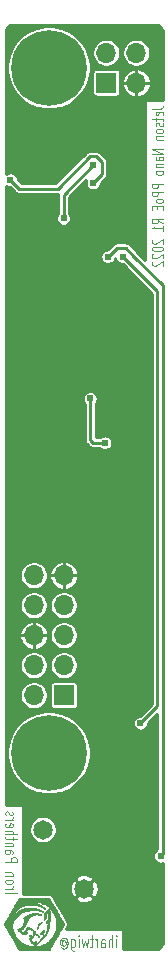
<source format=gbr>
%TF.GenerationSoftware,KiCad,Pcbnew,(5.1.6-0)*%
%TF.CreationDate,2022-04-30T15:33:10-07:00*%
%TF.ProjectId,jetson-nano-ppoe,6a657473-6f6e-42d6-9e61-6e6f2d70706f,rev?*%
%TF.SameCoordinates,PX8b3c880PY8583b00*%
%TF.FileFunction,Copper,L2,Bot*%
%TF.FilePolarity,Positive*%
%FSLAX46Y46*%
G04 Gerber Fmt 4.6, Leading zero omitted, Abs format (unit mm)*
G04 Created by KiCad (PCBNEW (5.1.6-0)) date 2022-04-30 15:33:10*
%MOMM*%
%LPD*%
G01*
G04 APERTURE LIST*
%TA.AperFunction,NonConductor*%
%ADD10C,0.125000*%
%TD*%
%TA.AperFunction,EtchedComponent*%
%ADD11C,0.010000*%
%TD*%
%TA.AperFunction,ComponentPad*%
%ADD12C,1.650000*%
%TD*%
%TA.AperFunction,ComponentPad*%
%ADD13O,1.700000X1.700000*%
%TD*%
%TA.AperFunction,ComponentPad*%
%ADD14R,1.700000X1.700000*%
%TD*%
%TA.AperFunction,ComponentPad*%
%ADD15C,6.400000*%
%TD*%
%TA.AperFunction,ComponentPad*%
%ADD16C,0.800000*%
%TD*%
%TA.AperFunction,ViaPad*%
%ADD17C,0.609600*%
%TD*%
%TA.AperFunction,Conductor*%
%ADD18C,0.254000*%
%TD*%
G04 APERTURE END LIST*
D10*
X9697916Y547620D02*
X9697916Y1214286D01*
X9697916Y1547620D02*
X9731250Y1500000D01*
X9697916Y1452381D01*
X9664583Y1500000D01*
X9697916Y1547620D01*
X9697916Y1452381D01*
X9364583Y547620D02*
X9364583Y1547620D01*
X9064583Y547620D02*
X9064583Y1071429D01*
X9097916Y1166667D01*
X9164583Y1214286D01*
X9264583Y1214286D01*
X9331250Y1166667D01*
X9364583Y1119048D01*
X8431250Y547620D02*
X8431250Y1071429D01*
X8464583Y1166667D01*
X8531250Y1214286D01*
X8664583Y1214286D01*
X8731250Y1166667D01*
X8431250Y595239D02*
X8497916Y547620D01*
X8664583Y547620D01*
X8731250Y595239D01*
X8764583Y690477D01*
X8764583Y785715D01*
X8731250Y880953D01*
X8664583Y928572D01*
X8497916Y928572D01*
X8431250Y976191D01*
X8097916Y547620D02*
X8097916Y1214286D01*
X8097916Y1023810D02*
X8064583Y1119048D01*
X8031250Y1166667D01*
X7964583Y1214286D01*
X7897916Y1214286D01*
X7764583Y1214286D02*
X7497916Y1214286D01*
X7664583Y1547620D02*
X7664583Y690477D01*
X7631250Y595239D01*
X7564583Y547620D01*
X7497916Y547620D01*
X7331250Y1214286D02*
X7197916Y547620D01*
X7064583Y1023810D01*
X6931250Y547620D01*
X6797916Y1214286D01*
X6531250Y547620D02*
X6531250Y1214286D01*
X6531250Y1547620D02*
X6564583Y1500000D01*
X6531250Y1452381D01*
X6497916Y1500000D01*
X6531250Y1547620D01*
X6531250Y1452381D01*
X5897916Y1214286D02*
X5897916Y404762D01*
X5931250Y309524D01*
X5964583Y261905D01*
X6031250Y214286D01*
X6131250Y214286D01*
X6197916Y261905D01*
X5897916Y595239D02*
X5964583Y547620D01*
X6097916Y547620D01*
X6164583Y595239D01*
X6197916Y642858D01*
X6231250Y738096D01*
X6231250Y1023810D01*
X6197916Y1119048D01*
X6164583Y1166667D01*
X6097916Y1214286D01*
X5964583Y1214286D01*
X5897916Y1166667D01*
X5131250Y1023810D02*
X5164583Y1071429D01*
X5231250Y1119048D01*
X5297916Y1119048D01*
X5364583Y1071429D01*
X5397916Y1023810D01*
X5431250Y928572D01*
X5431250Y833334D01*
X5397916Y738096D01*
X5364583Y690477D01*
X5297916Y642858D01*
X5231250Y642858D01*
X5164583Y690477D01*
X5131250Y738096D01*
X5131250Y1119048D02*
X5131250Y738096D01*
X5097916Y690477D01*
X5064583Y690477D01*
X4997916Y738096D01*
X4964583Y833334D01*
X4964583Y1071429D01*
X5031250Y1214286D01*
X5131250Y1309524D01*
X5264583Y1357143D01*
X5397916Y1309524D01*
X5497916Y1214286D01*
X5564583Y1071429D01*
X5597916Y880953D01*
X5564583Y690477D01*
X5497916Y547620D01*
X5397916Y452381D01*
X5264583Y404762D01*
X5131250Y452381D01*
X5031250Y547620D01*
X297619Y5168750D02*
X1297619Y5168750D01*
X297619Y5502084D02*
X964285Y5502084D01*
X773809Y5502084D02*
X869047Y5535417D01*
X916666Y5568750D01*
X964285Y5635417D01*
X964285Y5702084D01*
X297619Y6035417D02*
X345238Y5968750D01*
X392857Y5935417D01*
X488095Y5902084D01*
X773809Y5902084D01*
X869047Y5935417D01*
X916666Y5968750D01*
X964285Y6035417D01*
X964285Y6135417D01*
X916666Y6202084D01*
X869047Y6235417D01*
X773809Y6268750D01*
X488095Y6268750D01*
X392857Y6235417D01*
X345238Y6202084D01*
X297619Y6135417D01*
X297619Y6035417D01*
X964285Y6568750D02*
X297619Y6568750D01*
X869047Y6568750D02*
X916666Y6602084D01*
X964285Y6668750D01*
X964285Y6768750D01*
X916666Y6835417D01*
X821428Y6868750D01*
X297619Y6868750D01*
X297619Y7735417D02*
X1297619Y7735417D01*
X1297619Y8002084D01*
X1250000Y8068750D01*
X1202380Y8102084D01*
X1107142Y8135417D01*
X964285Y8135417D01*
X869047Y8102084D01*
X821428Y8068750D01*
X773809Y8002084D01*
X773809Y7735417D01*
X297619Y8735417D02*
X821428Y8735417D01*
X916666Y8702084D01*
X964285Y8635417D01*
X964285Y8502084D01*
X916666Y8435417D01*
X345238Y8735417D02*
X297619Y8668750D01*
X297619Y8502084D01*
X345238Y8435417D01*
X440476Y8402084D01*
X535714Y8402084D01*
X630952Y8435417D01*
X678571Y8502084D01*
X678571Y8668750D01*
X726190Y8735417D01*
X964285Y9068750D02*
X297619Y9068750D01*
X869047Y9068750D02*
X916666Y9102084D01*
X964285Y9168750D01*
X964285Y9268750D01*
X916666Y9335417D01*
X821428Y9368750D01*
X297619Y9368750D01*
X964285Y9602084D02*
X964285Y9868750D01*
X1297619Y9702084D02*
X440476Y9702084D01*
X345238Y9735417D01*
X297619Y9802084D01*
X297619Y9868750D01*
X297619Y10102084D02*
X1297619Y10102084D01*
X297619Y10402084D02*
X821428Y10402084D01*
X916666Y10368750D01*
X964285Y10302084D01*
X964285Y10202084D01*
X916666Y10135417D01*
X869047Y10102084D01*
X345238Y11002084D02*
X297619Y10935417D01*
X297619Y10802084D01*
X345238Y10735417D01*
X440476Y10702084D01*
X821428Y10702084D01*
X916666Y10735417D01*
X964285Y10802084D01*
X964285Y10935417D01*
X916666Y11002084D01*
X821428Y11035417D01*
X726190Y11035417D01*
X630952Y10702084D01*
X297619Y11335417D02*
X964285Y11335417D01*
X773809Y11335417D02*
X869047Y11368750D01*
X916666Y11402084D01*
X964285Y11468750D01*
X964285Y11535417D01*
X345238Y11735417D02*
X297619Y11802084D01*
X297619Y11935417D01*
X345238Y12002084D01*
X440476Y12035417D01*
X488095Y12035417D01*
X583333Y12002084D01*
X630952Y11935417D01*
X630952Y11835417D01*
X678571Y11768750D01*
X773809Y11735417D01*
X821428Y11735417D01*
X916666Y11768750D01*
X964285Y11835417D01*
X964285Y11935417D01*
X916666Y12002084D01*
X12702380Y71546429D02*
X13416666Y71546429D01*
X13559523Y71577381D01*
X13654761Y71639286D01*
X13702380Y71732143D01*
X13702380Y71794048D01*
X13654761Y70989286D02*
X13702380Y71051191D01*
X13702380Y71175000D01*
X13654761Y71236905D01*
X13559523Y71267858D01*
X13178571Y71267858D01*
X13083333Y71236905D01*
X13035714Y71175000D01*
X13035714Y71051191D01*
X13083333Y70989286D01*
X13178571Y70958334D01*
X13273809Y70958334D01*
X13369047Y71267858D01*
X13035714Y70772620D02*
X13035714Y70525000D01*
X12702380Y70679762D02*
X13559523Y70679762D01*
X13654761Y70648810D01*
X13702380Y70586905D01*
X13702380Y70525000D01*
X13654761Y70339286D02*
X13702380Y70277381D01*
X13702380Y70153572D01*
X13654761Y70091667D01*
X13559523Y70060715D01*
X13511904Y70060715D01*
X13416666Y70091667D01*
X13369047Y70153572D01*
X13369047Y70246429D01*
X13321428Y70308334D01*
X13226190Y70339286D01*
X13178571Y70339286D01*
X13083333Y70308334D01*
X13035714Y70246429D01*
X13035714Y70153572D01*
X13083333Y70091667D01*
X13702380Y69689286D02*
X13654761Y69751191D01*
X13607142Y69782143D01*
X13511904Y69813096D01*
X13226190Y69813096D01*
X13130952Y69782143D01*
X13083333Y69751191D01*
X13035714Y69689286D01*
X13035714Y69596429D01*
X13083333Y69534524D01*
X13130952Y69503572D01*
X13226190Y69472620D01*
X13511904Y69472620D01*
X13607142Y69503572D01*
X13654761Y69534524D01*
X13702380Y69596429D01*
X13702380Y69689286D01*
X13035714Y69194048D02*
X13702380Y69194048D01*
X13130952Y69194048D02*
X13083333Y69163096D01*
X13035714Y69101191D01*
X13035714Y69008334D01*
X13083333Y68946429D01*
X13178571Y68915477D01*
X13702380Y68915477D01*
X13702380Y68110715D02*
X12702380Y68110715D01*
X13702380Y67739286D01*
X12702380Y67739286D01*
X13702380Y67151191D02*
X13178571Y67151191D01*
X13083333Y67182143D01*
X13035714Y67244048D01*
X13035714Y67367858D01*
X13083333Y67429762D01*
X13654761Y67151191D02*
X13702380Y67213096D01*
X13702380Y67367858D01*
X13654761Y67429762D01*
X13559523Y67460715D01*
X13464285Y67460715D01*
X13369047Y67429762D01*
X13321428Y67367858D01*
X13321428Y67213096D01*
X13273809Y67151191D01*
X13035714Y66841667D02*
X13702380Y66841667D01*
X13130952Y66841667D02*
X13083333Y66810715D01*
X13035714Y66748810D01*
X13035714Y66655953D01*
X13083333Y66594048D01*
X13178571Y66563096D01*
X13702380Y66563096D01*
X13702380Y66160715D02*
X13654761Y66222620D01*
X13607142Y66253572D01*
X13511904Y66284524D01*
X13226190Y66284524D01*
X13130952Y66253572D01*
X13083333Y66222620D01*
X13035714Y66160715D01*
X13035714Y66067858D01*
X13083333Y66005953D01*
X13130952Y65975000D01*
X13226190Y65944048D01*
X13511904Y65944048D01*
X13607142Y65975000D01*
X13654761Y66005953D01*
X13702380Y66067858D01*
X13702380Y66160715D01*
X13702380Y65170239D02*
X12702380Y65170239D01*
X12702380Y64922620D01*
X12750000Y64860715D01*
X12797619Y64829762D01*
X12892857Y64798810D01*
X13035714Y64798810D01*
X13130952Y64829762D01*
X13178571Y64860715D01*
X13226190Y64922620D01*
X13226190Y65170239D01*
X13702380Y64520239D02*
X12702380Y64520239D01*
X12702380Y64272620D01*
X12750000Y64210715D01*
X12797619Y64179762D01*
X12892857Y64148810D01*
X13035714Y64148810D01*
X13130952Y64179762D01*
X13178571Y64210715D01*
X13226190Y64272620D01*
X13226190Y64520239D01*
X13702380Y63777381D02*
X13654761Y63839286D01*
X13607142Y63870239D01*
X13511904Y63901191D01*
X13226190Y63901191D01*
X13130952Y63870239D01*
X13083333Y63839286D01*
X13035714Y63777381D01*
X13035714Y63684524D01*
X13083333Y63622620D01*
X13130952Y63591667D01*
X13226190Y63560715D01*
X13511904Y63560715D01*
X13607142Y63591667D01*
X13654761Y63622620D01*
X13702380Y63684524D01*
X13702380Y63777381D01*
X13178571Y63282143D02*
X13178571Y63065477D01*
X13702380Y62972620D02*
X13702380Y63282143D01*
X12702380Y63282143D01*
X12702380Y62972620D01*
X13702380Y61827381D02*
X13226190Y62044048D01*
X13702380Y62198810D02*
X12702380Y62198810D01*
X12702380Y61951191D01*
X12750000Y61889286D01*
X12797619Y61858334D01*
X12892857Y61827381D01*
X13035714Y61827381D01*
X13130952Y61858334D01*
X13178571Y61889286D01*
X13226190Y61951191D01*
X13226190Y62198810D01*
X13702380Y61208334D02*
X13702380Y61579762D01*
X13702380Y61394048D02*
X12702380Y61394048D01*
X12845238Y61455953D01*
X12940476Y61517858D01*
X12988095Y61579762D01*
X12797619Y60465477D02*
X12750000Y60434524D01*
X12702380Y60372620D01*
X12702380Y60217858D01*
X12750000Y60155953D01*
X12797619Y60125000D01*
X12892857Y60094048D01*
X12988095Y60094048D01*
X13130952Y60125000D01*
X13702380Y60496429D01*
X13702380Y60094048D01*
X12702380Y59691667D02*
X12702380Y59629762D01*
X12750000Y59567858D01*
X12797619Y59536905D01*
X12892857Y59505953D01*
X13083333Y59475000D01*
X13321428Y59475000D01*
X13511904Y59505953D01*
X13607142Y59536905D01*
X13654761Y59567858D01*
X13702380Y59629762D01*
X13702380Y59691667D01*
X13654761Y59753572D01*
X13607142Y59784524D01*
X13511904Y59815477D01*
X13321428Y59846429D01*
X13083333Y59846429D01*
X12892857Y59815477D01*
X12797619Y59784524D01*
X12750000Y59753572D01*
X12702380Y59691667D01*
X12797619Y59227381D02*
X12750000Y59196429D01*
X12702380Y59134524D01*
X12702380Y58979762D01*
X12750000Y58917858D01*
X12797619Y58886905D01*
X12892857Y58855953D01*
X12988095Y58855953D01*
X13130952Y58886905D01*
X13702380Y59258334D01*
X13702380Y58855953D01*
X12797619Y58608334D02*
X12750000Y58577381D01*
X12702380Y58515477D01*
X12702380Y58360715D01*
X12750000Y58298810D01*
X12797619Y58267858D01*
X12892857Y58236905D01*
X12988095Y58236905D01*
X13130952Y58267858D01*
X13702380Y58639286D01*
X13702380Y58236905D01*
D11*
%TO.C,G\u002A\u002A\u002A*%
G36*
X5281249Y2534273D02*
G01*
X5276154Y2557789D01*
X5272247Y2565444D01*
X5262300Y2583538D01*
X5246629Y2611518D01*
X5225552Y2648831D01*
X5199386Y2694921D01*
X5168449Y2749236D01*
X5133057Y2811220D01*
X5093527Y2880320D01*
X5050177Y2955982D01*
X5003324Y3037651D01*
X4953285Y3124775D01*
X4900378Y3216798D01*
X4844918Y3313167D01*
X4787225Y3413327D01*
X4727614Y3516725D01*
X4676738Y3604900D01*
X4592117Y3751412D01*
X4513743Y3886906D01*
X4441597Y4011414D01*
X4375662Y4124965D01*
X4315920Y4227590D01*
X4262353Y4319319D01*
X4214944Y4400181D01*
X4173675Y4470209D01*
X4138528Y4529431D01*
X4109484Y4577878D01*
X4086527Y4615581D01*
X4069639Y4642569D01*
X4058802Y4658874D01*
X4055318Y4663405D01*
X4029059Y4688487D01*
X4001533Y4705072D01*
X3990921Y4709443D01*
X3986609Y4711014D01*
X3982068Y4712454D01*
X3976753Y4713768D01*
X3970115Y4714963D01*
X3961609Y4716043D01*
X3950688Y4717014D01*
X3936805Y4717883D01*
X3919413Y4718655D01*
X3897965Y4719336D01*
X3871915Y4719931D01*
X3840716Y4720447D01*
X3803821Y4720888D01*
X3760683Y4721261D01*
X3710756Y4721572D01*
X3653493Y4721825D01*
X3588347Y4722028D01*
X3514771Y4722185D01*
X3432218Y4722303D01*
X3340143Y4722387D01*
X3237997Y4722443D01*
X3125235Y4722476D01*
X3001309Y4722493D01*
X2865673Y4722499D01*
X2746825Y4722500D01*
X2601281Y4722498D01*
X2467891Y4722489D01*
X2346107Y4722468D01*
X2235383Y4722429D01*
X2135174Y4722365D01*
X2044931Y4722272D01*
X1964110Y4722144D01*
X1892162Y4721975D01*
X1828542Y4721760D01*
X1772703Y4721493D01*
X1724099Y4721168D01*
X1682183Y4720779D01*
X1646407Y4720322D01*
X1616227Y4719790D01*
X1591095Y4719178D01*
X1570465Y4718480D01*
X1553790Y4717691D01*
X1540524Y4716805D01*
X1530120Y4715815D01*
X1522031Y4714718D01*
X1515712Y4713506D01*
X1510614Y4712175D01*
X1506193Y4710719D01*
X1503383Y4709687D01*
X1471369Y4693081D01*
X1442922Y4670103D01*
X1442820Y4670000D01*
X1436622Y4661837D01*
X1425478Y4644914D01*
X1409291Y4619063D01*
X1387961Y4584116D01*
X1361390Y4539905D01*
X1329479Y4486264D01*
X1292131Y4423024D01*
X1249246Y4350017D01*
X1200725Y4267077D01*
X1146471Y4174035D01*
X1086384Y4070724D01*
X1020367Y3956976D01*
X948320Y3832624D01*
X870144Y3697499D01*
X822129Y3614425D01*
X760986Y3508554D01*
X701485Y3405430D01*
X643942Y3305607D01*
X588677Y3209640D01*
X536007Y3118085D01*
X486249Y3031496D01*
X439723Y2950428D01*
X396744Y2875437D01*
X357632Y2807076D01*
X322705Y2745903D01*
X292279Y2692471D01*
X266674Y2647335D01*
X246207Y2611051D01*
X231195Y2584173D01*
X221957Y2567257D01*
X218878Y2561114D01*
X210923Y2523964D01*
X210917Y2482958D01*
X218593Y2443817D01*
X225115Y2426975D01*
X231466Y2414773D01*
X243688Y2392535D01*
X261398Y2360920D01*
X284211Y2320591D01*
X311745Y2272208D01*
X343614Y2216434D01*
X379435Y2153929D01*
X418825Y2085356D01*
X461399Y2011375D01*
X506773Y1932647D01*
X554564Y1849835D01*
X604388Y1763600D01*
X655861Y1674604D01*
X708598Y1583506D01*
X762217Y1490970D01*
X816332Y1397656D01*
X870561Y1304226D01*
X924520Y1211342D01*
X977824Y1119664D01*
X1030090Y1029855D01*
X1080933Y942574D01*
X1129971Y858485D01*
X1176818Y778249D01*
X1221092Y702526D01*
X1262408Y631979D01*
X1300383Y567268D01*
X1334631Y509056D01*
X1364771Y458003D01*
X1390418Y414771D01*
X1411187Y380021D01*
X1426695Y354416D01*
X1436559Y338615D01*
X1440151Y333454D01*
X1459919Y316687D01*
X1484140Y300997D01*
X1495194Y295354D01*
X1527625Y280675D01*
X2753175Y280675D01*
X2753175Y617751D01*
X2696098Y617873D01*
X2649497Y618314D01*
X2611152Y619189D01*
X2578840Y620610D01*
X2550339Y622691D01*
X2523430Y625545D01*
X2495889Y629285D01*
X2480125Y631690D01*
X2323914Y662350D01*
X2173036Y704463D01*
X2027698Y757930D01*
X1888101Y822656D01*
X1754450Y898542D01*
X1626950Y985491D01*
X1505804Y1083407D01*
X1474587Y1111366D01*
X1365323Y1219817D01*
X1266095Y1335921D01*
X1177107Y1459291D01*
X1098563Y1589543D01*
X1030668Y1726290D01*
X973625Y1869147D01*
X927639Y2017728D01*
X892912Y2171648D01*
X882919Y2230125D01*
X876888Y2274429D01*
X874338Y2311740D01*
X875376Y2347009D01*
X880111Y2385189D01*
X887158Y2423800D01*
X912738Y2523011D01*
X949879Y2623789D01*
X997709Y2725087D01*
X1055362Y2825858D01*
X1121968Y2925056D01*
X1196659Y3021634D01*
X1278565Y3114545D01*
X1366818Y3202744D01*
X1460550Y3285182D01*
X1558891Y3360813D01*
X1660972Y3428592D01*
X1765926Y3487470D01*
X1773024Y3491064D01*
X1859856Y3530027D01*
X1957051Y3565218D01*
X2062752Y3596313D01*
X2175100Y3622986D01*
X2292235Y3644912D01*
X2412300Y3661766D01*
X2533434Y3673224D01*
X2653779Y3678961D01*
X2771476Y3678651D01*
X2831019Y3675993D01*
X2955599Y3665636D01*
X3074252Y3650017D01*
X3185535Y3629412D01*
X3288008Y3604098D01*
X3380228Y3574351D01*
X3399619Y3566996D01*
X3427039Y3556814D01*
X3450321Y3549174D01*
X3466847Y3544869D01*
X3473795Y3544509D01*
X3480155Y3554401D01*
X3475983Y3568723D01*
X3462303Y3586634D01*
X3440135Y3607290D01*
X3410501Y3629849D01*
X3374425Y3653470D01*
X3332928Y3677309D01*
X3287033Y3700525D01*
X3281113Y3703306D01*
X3158430Y3754225D01*
X3027494Y3796881D01*
X2889865Y3831073D01*
X2747103Y3856598D01*
X2600769Y3873256D01*
X2452422Y3880846D01*
X2303622Y3879165D01*
X2155931Y3868012D01*
X2080075Y3858401D01*
X1934982Y3831769D01*
X1797064Y3794830D01*
X1665689Y3747293D01*
X1540223Y3688867D01*
X1420035Y3619263D01*
X1304491Y3538188D01*
X1205385Y3456444D01*
X1148547Y3400347D01*
X1092464Y3333684D01*
X1038890Y3258551D01*
X1035667Y3253625D01*
X1018821Y3228104D01*
X1004424Y3206970D01*
X993879Y3192232D01*
X988589Y3185901D01*
X988349Y3185800D01*
X988827Y3191183D01*
X994219Y3206164D01*
X1003744Y3228990D01*
X1016617Y3257911D01*
X1032057Y3291174D01*
X1049280Y3327026D01*
X1067504Y3363715D01*
X1070434Y3369495D01*
X1101402Y3426726D01*
X1137078Y3486396D01*
X1176272Y3546937D01*
X1217795Y3606785D01*
X1260455Y3664374D01*
X1303061Y3718137D01*
X1344425Y3766510D01*
X1383354Y3807926D01*
X1418659Y3840820D01*
X1443149Y3859713D01*
X1502857Y3896505D01*
X1572954Y3933209D01*
X1651153Y3968975D01*
X1735164Y4002952D01*
X1822700Y4034290D01*
X1911474Y4062137D01*
X1999196Y4085644D01*
X2083579Y4103960D01*
X2115089Y4109513D01*
X2165726Y4116189D01*
X2226241Y4121505D01*
X2293877Y4125361D01*
X2365874Y4127655D01*
X2439475Y4128289D01*
X2511921Y4127161D01*
X2555724Y4125502D01*
X2717878Y4114209D01*
X2869204Y4096281D01*
X3009702Y4071718D01*
X3139373Y4040520D01*
X3258218Y4002687D01*
X3366237Y3958218D01*
X3463431Y3907113D01*
X3549801Y3849371D01*
X3582297Y3823602D01*
X3603622Y3806336D01*
X3621683Y3792673D01*
X3634079Y3784378D01*
X3637969Y3782700D01*
X3646313Y3787110D01*
X3646366Y3799661D01*
X3638628Y3819328D01*
X3623601Y3845089D01*
X3601788Y3875919D01*
X3577209Y3906630D01*
X3517119Y3969090D01*
X3445752Y4027238D01*
X3363861Y4080823D01*
X3272203Y4129593D01*
X3171532Y4173299D01*
X3062605Y4211687D01*
X2946175Y4244509D01*
X2822999Y4271512D01*
X2693830Y4292446D01*
X2559426Y4307060D01*
X2420540Y4315102D01*
X2343600Y4316627D01*
X2304015Y4316942D01*
X2275860Y4317385D01*
X2257868Y4318103D01*
X2248768Y4319243D01*
X2247292Y4320950D01*
X2252171Y4323373D01*
X2260692Y4326205D01*
X2325055Y4343460D01*
X2399421Y4358307D01*
X2481270Y4370429D01*
X2568080Y4379508D01*
X2657327Y4385228D01*
X2746490Y4387272D01*
X2746825Y4387272D01*
X2860549Y4384843D01*
X2966341Y4377024D01*
X3067975Y4363357D01*
X3169220Y4343387D01*
X3227989Y4329065D01*
X3374417Y4284661D01*
X3515472Y4229045D01*
X3650649Y4162732D01*
X3779443Y4086240D01*
X3901346Y4000086D01*
X4015852Y3904788D01*
X4122457Y3800863D01*
X4220654Y3688828D01*
X4309936Y3569201D01*
X4389799Y3442498D01*
X4459735Y3309237D01*
X4519240Y3169935D01*
X4567806Y3025109D01*
X4591678Y2934975D01*
X4606848Y2867375D01*
X4618574Y2804860D01*
X4627223Y2744103D01*
X4633166Y2681777D01*
X4636772Y2614554D01*
X4638410Y2539109D01*
X4638579Y2512700D01*
X4638423Y2445859D01*
X4637285Y2388682D01*
X4634896Y2338152D01*
X4630990Y2291255D01*
X4625298Y2244974D01*
X4617552Y2196292D01*
X4607483Y2142195D01*
X4604147Y2125350D01*
X4568209Y1977395D01*
X4520800Y1834202D01*
X4462420Y1696291D01*
X4393567Y1564183D01*
X4314742Y1438397D01*
X4226444Y1319453D01*
X4129173Y1207872D01*
X4023428Y1104174D01*
X3909709Y1008878D01*
X3788516Y922506D01*
X3660347Y845576D01*
X3525702Y778609D01*
X3385082Y722126D01*
X3238985Y676646D01*
X3204025Y667639D01*
X3144173Y653389D01*
X3090414Y642034D01*
X3040016Y633271D01*
X2990249Y626797D01*
X2938381Y622311D01*
X2881680Y619511D01*
X2817414Y618094D01*
X2753175Y617751D01*
X2753175Y280675D01*
X3966025Y280675D01*
X3998457Y295354D01*
X4022098Y308647D01*
X4044911Y325541D01*
X4053411Y333454D01*
X4058613Y341036D01*
X4069761Y358968D01*
X4086470Y386588D01*
X4108359Y423237D01*
X4135044Y468252D01*
X4166142Y520973D01*
X4201270Y580738D01*
X4240045Y646887D01*
X4282084Y718758D01*
X4327005Y795690D01*
X4374424Y877022D01*
X4423958Y962092D01*
X4475225Y1050241D01*
X4527841Y1140806D01*
X4581424Y1233126D01*
X4635590Y1326541D01*
X4689957Y1420389D01*
X4744141Y1514009D01*
X4797760Y1606740D01*
X4850430Y1697921D01*
X4901769Y1786891D01*
X4951394Y1872988D01*
X4998922Y1955551D01*
X5043969Y2033920D01*
X5086153Y2107433D01*
X5125091Y2175430D01*
X5160400Y2237248D01*
X5191697Y2292227D01*
X5218598Y2339705D01*
X5240722Y2379022D01*
X5257685Y2409517D01*
X5269104Y2430528D01*
X5274596Y2441394D01*
X5274907Y2442171D01*
X5280955Y2469317D01*
X5283090Y2502042D01*
X5281249Y2534273D01*
G37*
X5281249Y2534273D02*
X5276154Y2557789D01*
X5272247Y2565444D01*
X5262300Y2583538D01*
X5246629Y2611518D01*
X5225552Y2648831D01*
X5199386Y2694921D01*
X5168449Y2749236D01*
X5133057Y2811220D01*
X5093527Y2880320D01*
X5050177Y2955982D01*
X5003324Y3037651D01*
X4953285Y3124775D01*
X4900378Y3216798D01*
X4844918Y3313167D01*
X4787225Y3413327D01*
X4727614Y3516725D01*
X4676738Y3604900D01*
X4592117Y3751412D01*
X4513743Y3886906D01*
X4441597Y4011414D01*
X4375662Y4124965D01*
X4315920Y4227590D01*
X4262353Y4319319D01*
X4214944Y4400181D01*
X4173675Y4470209D01*
X4138528Y4529431D01*
X4109484Y4577878D01*
X4086527Y4615581D01*
X4069639Y4642569D01*
X4058802Y4658874D01*
X4055318Y4663405D01*
X4029059Y4688487D01*
X4001533Y4705072D01*
X3990921Y4709443D01*
X3986609Y4711014D01*
X3982068Y4712454D01*
X3976753Y4713768D01*
X3970115Y4714963D01*
X3961609Y4716043D01*
X3950688Y4717014D01*
X3936805Y4717883D01*
X3919413Y4718655D01*
X3897965Y4719336D01*
X3871915Y4719931D01*
X3840716Y4720447D01*
X3803821Y4720888D01*
X3760683Y4721261D01*
X3710756Y4721572D01*
X3653493Y4721825D01*
X3588347Y4722028D01*
X3514771Y4722185D01*
X3432218Y4722303D01*
X3340143Y4722387D01*
X3237997Y4722443D01*
X3125235Y4722476D01*
X3001309Y4722493D01*
X2865673Y4722499D01*
X2746825Y4722500D01*
X2601281Y4722498D01*
X2467891Y4722489D01*
X2346107Y4722468D01*
X2235383Y4722429D01*
X2135174Y4722365D01*
X2044931Y4722272D01*
X1964110Y4722144D01*
X1892162Y4721975D01*
X1828542Y4721760D01*
X1772703Y4721493D01*
X1724099Y4721168D01*
X1682183Y4720779D01*
X1646407Y4720322D01*
X1616227Y4719790D01*
X1591095Y4719178D01*
X1570465Y4718480D01*
X1553790Y4717691D01*
X1540524Y4716805D01*
X1530120Y4715815D01*
X1522031Y4714718D01*
X1515712Y4713506D01*
X1510614Y4712175D01*
X1506193Y4710719D01*
X1503383Y4709687D01*
X1471369Y4693081D01*
X1442922Y4670103D01*
X1442820Y4670000D01*
X1436622Y4661837D01*
X1425478Y4644914D01*
X1409291Y4619063D01*
X1387961Y4584116D01*
X1361390Y4539905D01*
X1329479Y4486264D01*
X1292131Y4423024D01*
X1249246Y4350017D01*
X1200725Y4267077D01*
X1146471Y4174035D01*
X1086384Y4070724D01*
X1020367Y3956976D01*
X948320Y3832624D01*
X870144Y3697499D01*
X822129Y3614425D01*
X760986Y3508554D01*
X701485Y3405430D01*
X643942Y3305607D01*
X588677Y3209640D01*
X536007Y3118085D01*
X486249Y3031496D01*
X439723Y2950428D01*
X396744Y2875437D01*
X357632Y2807076D01*
X322705Y2745903D01*
X292279Y2692471D01*
X266674Y2647335D01*
X246207Y2611051D01*
X231195Y2584173D01*
X221957Y2567257D01*
X218878Y2561114D01*
X210923Y2523964D01*
X210917Y2482958D01*
X218593Y2443817D01*
X225115Y2426975D01*
X231466Y2414773D01*
X243688Y2392535D01*
X261398Y2360920D01*
X284211Y2320591D01*
X311745Y2272208D01*
X343614Y2216434D01*
X379435Y2153929D01*
X418825Y2085356D01*
X461399Y2011375D01*
X506773Y1932647D01*
X554564Y1849835D01*
X604388Y1763600D01*
X655861Y1674604D01*
X708598Y1583506D01*
X762217Y1490970D01*
X816332Y1397656D01*
X870561Y1304226D01*
X924520Y1211342D01*
X977824Y1119664D01*
X1030090Y1029855D01*
X1080933Y942574D01*
X1129971Y858485D01*
X1176818Y778249D01*
X1221092Y702526D01*
X1262408Y631979D01*
X1300383Y567268D01*
X1334631Y509056D01*
X1364771Y458003D01*
X1390418Y414771D01*
X1411187Y380021D01*
X1426695Y354416D01*
X1436559Y338615D01*
X1440151Y333454D01*
X1459919Y316687D01*
X1484140Y300997D01*
X1495194Y295354D01*
X1527625Y280675D01*
X2753175Y280675D01*
X2753175Y617751D01*
X2696098Y617873D01*
X2649497Y618314D01*
X2611152Y619189D01*
X2578840Y620610D01*
X2550339Y622691D01*
X2523430Y625545D01*
X2495889Y629285D01*
X2480125Y631690D01*
X2323914Y662350D01*
X2173036Y704463D01*
X2027698Y757930D01*
X1888101Y822656D01*
X1754450Y898542D01*
X1626950Y985491D01*
X1505804Y1083407D01*
X1474587Y1111366D01*
X1365323Y1219817D01*
X1266095Y1335921D01*
X1177107Y1459291D01*
X1098563Y1589543D01*
X1030668Y1726290D01*
X973625Y1869147D01*
X927639Y2017728D01*
X892912Y2171648D01*
X882919Y2230125D01*
X876888Y2274429D01*
X874338Y2311740D01*
X875376Y2347009D01*
X880111Y2385189D01*
X887158Y2423800D01*
X912738Y2523011D01*
X949879Y2623789D01*
X997709Y2725087D01*
X1055362Y2825858D01*
X1121968Y2925056D01*
X1196659Y3021634D01*
X1278565Y3114545D01*
X1366818Y3202744D01*
X1460550Y3285182D01*
X1558891Y3360813D01*
X1660972Y3428592D01*
X1765926Y3487470D01*
X1773024Y3491064D01*
X1859856Y3530027D01*
X1957051Y3565218D01*
X2062752Y3596313D01*
X2175100Y3622986D01*
X2292235Y3644912D01*
X2412300Y3661766D01*
X2533434Y3673224D01*
X2653779Y3678961D01*
X2771476Y3678651D01*
X2831019Y3675993D01*
X2955599Y3665636D01*
X3074252Y3650017D01*
X3185535Y3629412D01*
X3288008Y3604098D01*
X3380228Y3574351D01*
X3399619Y3566996D01*
X3427039Y3556814D01*
X3450321Y3549174D01*
X3466847Y3544869D01*
X3473795Y3544509D01*
X3480155Y3554401D01*
X3475983Y3568723D01*
X3462303Y3586634D01*
X3440135Y3607290D01*
X3410501Y3629849D01*
X3374425Y3653470D01*
X3332928Y3677309D01*
X3287033Y3700525D01*
X3281113Y3703306D01*
X3158430Y3754225D01*
X3027494Y3796881D01*
X2889865Y3831073D01*
X2747103Y3856598D01*
X2600769Y3873256D01*
X2452422Y3880846D01*
X2303622Y3879165D01*
X2155931Y3868012D01*
X2080075Y3858401D01*
X1934982Y3831769D01*
X1797064Y3794830D01*
X1665689Y3747293D01*
X1540223Y3688867D01*
X1420035Y3619263D01*
X1304491Y3538188D01*
X1205385Y3456444D01*
X1148547Y3400347D01*
X1092464Y3333684D01*
X1038890Y3258551D01*
X1035667Y3253625D01*
X1018821Y3228104D01*
X1004424Y3206970D01*
X993879Y3192232D01*
X988589Y3185901D01*
X988349Y3185800D01*
X988827Y3191183D01*
X994219Y3206164D01*
X1003744Y3228990D01*
X1016617Y3257911D01*
X1032057Y3291174D01*
X1049280Y3327026D01*
X1067504Y3363715D01*
X1070434Y3369495D01*
X1101402Y3426726D01*
X1137078Y3486396D01*
X1176272Y3546937D01*
X1217795Y3606785D01*
X1260455Y3664374D01*
X1303061Y3718137D01*
X1344425Y3766510D01*
X1383354Y3807926D01*
X1418659Y3840820D01*
X1443149Y3859713D01*
X1502857Y3896505D01*
X1572954Y3933209D01*
X1651153Y3968975D01*
X1735164Y4002952D01*
X1822700Y4034290D01*
X1911474Y4062137D01*
X1999196Y4085644D01*
X2083579Y4103960D01*
X2115089Y4109513D01*
X2165726Y4116189D01*
X2226241Y4121505D01*
X2293877Y4125361D01*
X2365874Y4127655D01*
X2439475Y4128289D01*
X2511921Y4127161D01*
X2555724Y4125502D01*
X2717878Y4114209D01*
X2869204Y4096281D01*
X3009702Y4071718D01*
X3139373Y4040520D01*
X3258218Y4002687D01*
X3366237Y3958218D01*
X3463431Y3907113D01*
X3549801Y3849371D01*
X3582297Y3823602D01*
X3603622Y3806336D01*
X3621683Y3792673D01*
X3634079Y3784378D01*
X3637969Y3782700D01*
X3646313Y3787110D01*
X3646366Y3799661D01*
X3638628Y3819328D01*
X3623601Y3845089D01*
X3601788Y3875919D01*
X3577209Y3906630D01*
X3517119Y3969090D01*
X3445752Y4027238D01*
X3363861Y4080823D01*
X3272203Y4129593D01*
X3171532Y4173299D01*
X3062605Y4211687D01*
X2946175Y4244509D01*
X2822999Y4271512D01*
X2693830Y4292446D01*
X2559426Y4307060D01*
X2420540Y4315102D01*
X2343600Y4316627D01*
X2304015Y4316942D01*
X2275860Y4317385D01*
X2257868Y4318103D01*
X2248768Y4319243D01*
X2247292Y4320950D01*
X2252171Y4323373D01*
X2260692Y4326205D01*
X2325055Y4343460D01*
X2399421Y4358307D01*
X2481270Y4370429D01*
X2568080Y4379508D01*
X2657327Y4385228D01*
X2746490Y4387272D01*
X2746825Y4387272D01*
X2860549Y4384843D01*
X2966341Y4377024D01*
X3067975Y4363357D01*
X3169220Y4343387D01*
X3227989Y4329065D01*
X3374417Y4284661D01*
X3515472Y4229045D01*
X3650649Y4162732D01*
X3779443Y4086240D01*
X3901346Y4000086D01*
X4015852Y3904788D01*
X4122457Y3800863D01*
X4220654Y3688828D01*
X4309936Y3569201D01*
X4389799Y3442498D01*
X4459735Y3309237D01*
X4519240Y3169935D01*
X4567806Y3025109D01*
X4591678Y2934975D01*
X4606848Y2867375D01*
X4618574Y2804860D01*
X4627223Y2744103D01*
X4633166Y2681777D01*
X4636772Y2614554D01*
X4638410Y2539109D01*
X4638579Y2512700D01*
X4638423Y2445859D01*
X4637285Y2388682D01*
X4634896Y2338152D01*
X4630990Y2291255D01*
X4625298Y2244974D01*
X4617552Y2196292D01*
X4607483Y2142195D01*
X4604147Y2125350D01*
X4568209Y1977395D01*
X4520800Y1834202D01*
X4462420Y1696291D01*
X4393567Y1564183D01*
X4314742Y1438397D01*
X4226444Y1319453D01*
X4129173Y1207872D01*
X4023428Y1104174D01*
X3909709Y1008878D01*
X3788516Y922506D01*
X3660347Y845576D01*
X3525702Y778609D01*
X3385082Y722126D01*
X3238985Y676646D01*
X3204025Y667639D01*
X3144173Y653389D01*
X3090414Y642034D01*
X3040016Y633271D01*
X2990249Y626797D01*
X2938381Y622311D01*
X2881680Y619511D01*
X2817414Y618094D01*
X2753175Y617751D01*
X2753175Y280675D01*
X3966025Y280675D01*
X3998457Y295354D01*
X4022098Y308647D01*
X4044911Y325541D01*
X4053411Y333454D01*
X4058613Y341036D01*
X4069761Y358968D01*
X4086470Y386588D01*
X4108359Y423237D01*
X4135044Y468252D01*
X4166142Y520973D01*
X4201270Y580738D01*
X4240045Y646887D01*
X4282084Y718758D01*
X4327005Y795690D01*
X4374424Y877022D01*
X4423958Y962092D01*
X4475225Y1050241D01*
X4527841Y1140806D01*
X4581424Y1233126D01*
X4635590Y1326541D01*
X4689957Y1420389D01*
X4744141Y1514009D01*
X4797760Y1606740D01*
X4850430Y1697921D01*
X4901769Y1786891D01*
X4951394Y1872988D01*
X4998922Y1955551D01*
X5043969Y2033920D01*
X5086153Y2107433D01*
X5125091Y2175430D01*
X5160400Y2237248D01*
X5191697Y2292227D01*
X5218598Y2339705D01*
X5240722Y2379022D01*
X5257685Y2409517D01*
X5269104Y2430528D01*
X5274596Y2441394D01*
X5274907Y2442171D01*
X5280955Y2469317D01*
X5283090Y2502042D01*
X5281249Y2534273D01*
G36*
X4082862Y3401534D02*
G01*
X4072599Y3542426D01*
X4056797Y3674610D01*
X4049800Y3719268D01*
X4044151Y3747862D01*
X4037286Y3765589D01*
X4027075Y3773413D01*
X4011387Y3772300D01*
X3988092Y3763216D01*
X3970932Y3755008D01*
X3913507Y3723469D01*
X3855257Y3685439D01*
X3798462Y3642816D01*
X3745401Y3597501D01*
X3698356Y3551394D01*
X3659604Y3506393D01*
X3640705Y3479824D01*
X3617904Y3436837D01*
X3597602Y3382922D01*
X3580350Y3319699D01*
X3571090Y3274700D01*
X3565886Y3237773D01*
X3562183Y3194223D01*
X3559979Y3146797D01*
X3559270Y3098243D01*
X3560056Y3051308D01*
X3562333Y3008739D01*
X3566100Y2973286D01*
X3571354Y2947694D01*
X3571360Y2947675D01*
X3582617Y2918423D01*
X3595883Y2896333D01*
X3609716Y2883457D01*
X3618154Y2881000D01*
X3626958Y2885091D01*
X3641531Y2895793D01*
X3657947Y2910092D01*
X3684501Y2940869D01*
X3710474Y2982162D01*
X3734852Y3031795D01*
X3756621Y3087594D01*
X3774766Y3147381D01*
X3781503Y3175111D01*
X3785601Y3196954D01*
X3789276Y3222665D01*
X3792160Y3248639D01*
X3793884Y3271276D01*
X3794079Y3286975D01*
X3793399Y3291351D01*
X3784800Y3298925D01*
X3770593Y3297924D01*
X3757446Y3290809D01*
X3742270Y3284900D01*
X3729840Y3290237D01*
X3725284Y3297759D01*
X3726230Y3310782D01*
X3735304Y3333124D01*
X3752349Y3364479D01*
X3777207Y3404542D01*
X3791035Y3425532D01*
X3819079Y3465057D01*
X3842786Y3493052D01*
X3862570Y3509764D01*
X3878847Y3515441D01*
X3892028Y3510330D01*
X3902529Y3494681D01*
X3903362Y3492752D01*
X3912661Y3466426D01*
X3920094Y3435648D01*
X3925872Y3398748D01*
X3930206Y3354059D01*
X3933306Y3299912D01*
X3935261Y3239775D01*
X3936242Y3166493D01*
X3935071Y3103764D01*
X3931285Y3049552D01*
X3924422Y3001823D01*
X3914020Y2958542D01*
X3899616Y2917674D01*
X3880749Y2877184D01*
X3856957Y2835039D01*
X3835640Y2801177D01*
X3796977Y2740044D01*
X3766562Y2688111D01*
X3744238Y2645059D01*
X3729846Y2610568D01*
X3723228Y2584319D01*
X3722834Y2573414D01*
X3726877Y2554204D01*
X3735804Y2546070D01*
X3750294Y2548867D01*
X3771024Y2562451D01*
X3771685Y2562972D01*
X3792200Y2577162D01*
X3817157Y2591681D01*
X3830353Y2598314D01*
X3856734Y2609486D01*
X3875707Y2613957D01*
X3888280Y2610643D01*
X3895459Y2598461D01*
X3898253Y2576326D01*
X3897667Y2543155D01*
X3896734Y2526888D01*
X3892410Y2470568D01*
X3886302Y2407604D01*
X3878737Y2340344D01*
X3870043Y2271136D01*
X3860546Y2202328D01*
X3850574Y2136268D01*
X3840454Y2075305D01*
X3830515Y2021786D01*
X3821082Y1978059D01*
X3819069Y1969831D01*
X3796597Y1891855D01*
X3769433Y1819571D01*
X3736529Y1751340D01*
X3696832Y1685525D01*
X3649294Y1620488D01*
X3592864Y1554592D01*
X3526492Y1486198D01*
X3481402Y1443228D01*
X3434804Y1399145D01*
X3396097Y1360581D01*
X3363214Y1325177D01*
X3334086Y1290571D01*
X3306645Y1254403D01*
X3278823Y1214313D01*
X3272359Y1204600D01*
X3233857Y1147345D01*
X3199742Y1099133D01*
X3168181Y1057937D01*
X3137340Y1021728D01*
X3105386Y988475D01*
X3070487Y956151D01*
X3030809Y922727D01*
X2984950Y886508D01*
X2944295Y855608D01*
X2912039Y832333D01*
X2887041Y815928D01*
X2868159Y805637D01*
X2855750Y801052D01*
X2844967Y799676D01*
X2840087Y803166D01*
X2841452Y812689D01*
X2849401Y829411D01*
X2864274Y854500D01*
X2877293Y875034D01*
X2894498Y902459D01*
X2910431Y929052D01*
X2922963Y951198D01*
X2928558Y962091D01*
X2941430Y989457D01*
X2925094Y1010874D01*
X2909897Y1027912D01*
X2895536Y1035588D01*
X2878953Y1034174D01*
X2857087Y1023944D01*
X2846880Y1017878D01*
X2795308Y992621D01*
X2743497Y979894D01*
X2691887Y979726D01*
X2640917Y992149D01*
X2618464Y1001779D01*
X2579146Y1026267D01*
X2550457Y1056605D01*
X2531962Y1093614D01*
X2523226Y1138116D01*
X2523103Y1181762D01*
X2532141Y1240562D01*
X2551873Y1302159D01*
X2582551Y1367086D01*
X2624427Y1435878D01*
X2677754Y1509068D01*
X2677782Y1509103D01*
X2717923Y1562534D01*
X2749462Y1609482D01*
X2773487Y1651674D01*
X2789440Y1686652D01*
X2797068Y1713358D01*
X2802148Y1746671D01*
X2804620Y1783068D01*
X2804422Y1819027D01*
X2801495Y1851024D01*
X2795778Y1875537D01*
X2792804Y1882261D01*
X2779365Y1900550D01*
X2756672Y1924291D01*
X2726288Y1952287D01*
X2689779Y1983341D01*
X2648711Y2016255D01*
X2604647Y2049832D01*
X2559153Y2082875D01*
X2513795Y2114187D01*
X2470137Y2142570D01*
X2429744Y2166826D01*
X2399564Y2183096D01*
X2346200Y2206701D01*
X2298200Y2220763D01*
X2253247Y2225851D01*
X2229250Y2225054D01*
X2184241Y2218733D01*
X2146031Y2207129D01*
X2113241Y2189010D01*
X2084488Y2163145D01*
X2058392Y2128302D01*
X2033571Y2083251D01*
X2009705Y2029363D01*
X1993224Y1989523D01*
X1979972Y1959146D01*
X1968605Y1935848D01*
X1957779Y1917246D01*
X1946150Y1900954D01*
X1932374Y1884588D01*
X1921160Y1872272D01*
X1890204Y1842182D01*
X1861576Y1822445D01*
X1832503Y1811779D01*
X1800213Y1808906D01*
X1785507Y1809675D01*
X1731668Y1818987D01*
X1686673Y1837257D01*
X1650190Y1864662D01*
X1625383Y1895650D01*
X1612275Y1924113D01*
X1606681Y1954035D01*
X1609130Y1981160D01*
X1613408Y1992108D01*
X1621093Y2000428D01*
X1636950Y2013709D01*
X1658513Y2029981D01*
X1678496Y2044022D01*
X1706424Y2064706D01*
X1739476Y2091824D01*
X1774211Y2122434D01*
X1807187Y2153594D01*
X1810674Y2157044D01*
X1849976Y2197860D01*
X1885337Y2238672D01*
X1917709Y2281083D01*
X1948045Y2326697D01*
X1977298Y2377117D01*
X2006421Y2433947D01*
X2036366Y2498790D01*
X2068087Y2573251D01*
X2089882Y2627000D01*
X2107285Y2669773D01*
X2125391Y2712849D01*
X2142929Y2753303D01*
X2158630Y2788215D01*
X2171222Y2814662D01*
X2172835Y2817856D01*
X2198879Y2864281D01*
X2228952Y2908693D01*
X2264247Y2952339D01*
X2305955Y2996468D01*
X2355271Y3042328D01*
X2413386Y3091168D01*
X2481492Y3144235D01*
X2492825Y3152773D01*
X2558999Y3199594D01*
X2620845Y3236882D01*
X2681017Y3265713D01*
X2742166Y3287163D01*
X2806948Y3302310D01*
X2878014Y3312228D01*
X2888391Y3313240D01*
X2950258Y3315981D01*
X3020157Y3313926D01*
X3094533Y3307481D01*
X3169830Y3297050D01*
X3242494Y3283038D01*
X3308971Y3265850D01*
X3311667Y3265037D01*
X3330793Y3259775D01*
X3342061Y3258833D01*
X3349562Y3262229D01*
X3352835Y3265212D01*
X3358491Y3275445D01*
X3354733Y3286710D01*
X3340742Y3300124D01*
X3315701Y3316804D01*
X3314467Y3317549D01*
X3238803Y3356539D01*
X3154339Y3388213D01*
X3062803Y3412364D01*
X2965920Y3428781D01*
X2865416Y3437256D01*
X2763020Y3437579D01*
X2660456Y3429543D01*
X2559451Y3412938D01*
X2547542Y3410365D01*
X2475488Y3392195D01*
X2405860Y3369829D01*
X2334810Y3341879D01*
X2258488Y3306955D01*
X2251525Y3303568D01*
X2201077Y3277355D01*
X2147362Y3246684D01*
X2092426Y3212942D01*
X2038313Y3177518D01*
X1987069Y3141803D01*
X1940737Y3107183D01*
X1901363Y3075049D01*
X1870991Y3046789D01*
X1866416Y3041981D01*
X1849606Y3023875D01*
X1865835Y2963550D01*
X1872567Y2936671D01*
X1877208Y2912409D01*
X1880145Y2887164D01*
X1881764Y2857336D01*
X1882450Y2819326D01*
X1882522Y2807975D01*
X1882197Y2760806D01*
X1880304Y2721987D01*
X1876226Y2687201D01*
X1869347Y2652134D01*
X1859053Y2612470D01*
X1850348Y2582550D01*
X1837619Y2544112D01*
X1821248Y2500917D01*
X1802635Y2456158D01*
X1783180Y2413029D01*
X1764282Y2374722D01*
X1747342Y2344433D01*
X1743018Y2337640D01*
X1699679Y2282900D01*
X1645710Y2232611D01*
X1582718Y2187829D01*
X1512311Y2149609D01*
X1436098Y2119006D01*
X1388468Y2104798D01*
X1357933Y2096309D01*
X1337931Y2089206D01*
X1326519Y2082514D01*
X1321751Y2075261D01*
X1321250Y2071147D01*
X1324826Y2062857D01*
X1334474Y2047005D01*
X1348575Y2026135D01*
X1360149Y2010012D01*
X1413641Y1944654D01*
X1475852Y1881339D01*
X1543928Y1822492D01*
X1615013Y1770540D01*
X1686252Y1727909D01*
X1701125Y1720288D01*
X1731817Y1705742D01*
X1755661Y1696468D01*
X1776700Y1691205D01*
X1798974Y1688686D01*
X1802909Y1688454D01*
X1828631Y1687985D01*
X1848248Y1690792D01*
X1868212Y1698228D01*
X1882327Y1705111D01*
X1919528Y1724030D01*
X1966300Y1698802D01*
X1998670Y1683340D01*
X2022237Y1676704D01*
X2037299Y1678860D01*
X2044133Y1689667D01*
X2042496Y1700328D01*
X2036227Y1719186D01*
X2026447Y1743112D01*
X2019566Y1758168D01*
X2008425Y1782311D01*
X2000054Y1801807D01*
X1995517Y1814096D01*
X1995118Y1816996D01*
X2000869Y1814438D01*
X2014420Y1805683D01*
X2033491Y1792257D01*
X2047580Y1781887D01*
X2078516Y1759985D01*
X2108106Y1741264D01*
X2134368Y1726784D01*
X2155321Y1717602D01*
X2168983Y1714776D01*
X2171816Y1715568D01*
X2176609Y1720328D01*
X2177171Y1727536D01*
X2172724Y1738906D01*
X2162489Y1756155D01*
X2145686Y1781000D01*
X2135584Y1795385D01*
X2115890Y1824109D01*
X2096664Y1853640D01*
X2080513Y1879897D01*
X2072377Y1894250D01*
X2051979Y1932555D01*
X2073993Y1965243D01*
X2112157Y2012906D01*
X2155099Y2049084D01*
X2203691Y2074238D01*
X2258806Y2088824D01*
X2318200Y2093310D01*
X2372893Y2087258D01*
X2427827Y2069920D01*
X2481562Y2042601D01*
X2532657Y2006603D01*
X2579673Y1963229D01*
X2621168Y1913784D01*
X2655702Y1859569D01*
X2681835Y1801889D01*
X2696348Y1751196D01*
X2701274Y1713634D01*
X2699674Y1676405D01*
X2690997Y1637507D01*
X2674692Y1594938D01*
X2650210Y1546696D01*
X2631047Y1513665D01*
X2618666Y1494005D01*
X2609784Y1483372D01*
X2601868Y1479619D01*
X2592380Y1480600D01*
X2592076Y1480672D01*
X2564005Y1490303D01*
X2528242Y1507171D01*
X2486739Y1530248D01*
X2441447Y1558505D01*
X2430070Y1566050D01*
X2399034Y1586790D01*
X2376733Y1601219D01*
X2361369Y1610122D01*
X2351141Y1614282D01*
X2344252Y1614482D01*
X2338902Y1611505D01*
X2334724Y1607565D01*
X2328816Y1597686D01*
X2327481Y1583060D01*
X2330967Y1561866D01*
X2339518Y1532283D01*
X2348432Y1506225D01*
X2373024Y1445771D01*
X2404208Y1385363D01*
X2433346Y1337315D01*
X2447040Y1315415D01*
X2457624Y1297506D01*
X2463533Y1286283D01*
X2464250Y1284102D01*
X2458825Y1280487D01*
X2444260Y1281206D01*
X2423119Y1285667D01*
X2397968Y1293276D01*
X2371372Y1303443D01*
X2361377Y1307872D01*
X2335736Y1319095D01*
X2319120Y1324614D01*
X2309495Y1324978D01*
X2306064Y1322754D01*
X2305623Y1312771D01*
X2312855Y1294664D01*
X2326971Y1269779D01*
X2347182Y1239459D01*
X2372699Y1205050D01*
X2382435Y1192668D01*
X2399848Y1170493D01*
X2410785Y1154670D01*
X2416752Y1141673D01*
X2419253Y1127975D01*
X2419795Y1110051D01*
X2419800Y1105152D01*
X2421481Y1074913D01*
X2427503Y1048859D01*
X2439339Y1023243D01*
X2458462Y994316D01*
X2468674Y980727D01*
X2517093Y922397D01*
X2567882Y869697D01*
X2619675Y823682D01*
X2671105Y785409D01*
X2720806Y755933D01*
X2767411Y736313D01*
X2793436Y729688D01*
X2822272Y726218D01*
X2848024Y727808D01*
X2873499Y735386D01*
X2901503Y749883D01*
X2934843Y772226D01*
X2945480Y779988D01*
X3036197Y849816D01*
X3115032Y916498D01*
X3182320Y980354D01*
X3238399Y1041707D01*
X3283603Y1100878D01*
X3289670Y1109894D01*
X3310184Y1139337D01*
X3332991Y1169525D01*
X3354625Y1195969D01*
X3365225Y1207775D01*
X3387199Y1231551D01*
X3410276Y1257413D01*
X3429497Y1279799D01*
X3429660Y1279997D01*
X3445475Y1297053D01*
X3468388Y1319236D01*
X3495496Y1343844D01*
X3523897Y1368175D01*
X3527875Y1371458D01*
X3610098Y1443374D01*
X3680516Y1514634D01*
X3739923Y1586181D01*
X3789113Y1658956D01*
X3823310Y1722125D01*
X3841352Y1762308D01*
X3861467Y1812002D01*
X3882642Y1868400D01*
X3903864Y1928694D01*
X3924121Y1990075D01*
X3942399Y2049735D01*
X3946091Y2062478D01*
X3980195Y2194238D01*
X4009856Y2334792D01*
X4034953Y2482195D01*
X4055364Y2634502D01*
X4070966Y2789769D01*
X4081639Y2946050D01*
X4087260Y3101401D01*
X4087709Y3253877D01*
X4082862Y3401534D01*
G37*
X4082862Y3401534D02*
X4072599Y3542426D01*
X4056797Y3674610D01*
X4049800Y3719268D01*
X4044151Y3747862D01*
X4037286Y3765589D01*
X4027075Y3773413D01*
X4011387Y3772300D01*
X3988092Y3763216D01*
X3970932Y3755008D01*
X3913507Y3723469D01*
X3855257Y3685439D01*
X3798462Y3642816D01*
X3745401Y3597501D01*
X3698356Y3551394D01*
X3659604Y3506393D01*
X3640705Y3479824D01*
X3617904Y3436837D01*
X3597602Y3382922D01*
X3580350Y3319699D01*
X3571090Y3274700D01*
X3565886Y3237773D01*
X3562183Y3194223D01*
X3559979Y3146797D01*
X3559270Y3098243D01*
X3560056Y3051308D01*
X3562333Y3008739D01*
X3566100Y2973286D01*
X3571354Y2947694D01*
X3571360Y2947675D01*
X3582617Y2918423D01*
X3595883Y2896333D01*
X3609716Y2883457D01*
X3618154Y2881000D01*
X3626958Y2885091D01*
X3641531Y2895793D01*
X3657947Y2910092D01*
X3684501Y2940869D01*
X3710474Y2982162D01*
X3734852Y3031795D01*
X3756621Y3087594D01*
X3774766Y3147381D01*
X3781503Y3175111D01*
X3785601Y3196954D01*
X3789276Y3222665D01*
X3792160Y3248639D01*
X3793884Y3271276D01*
X3794079Y3286975D01*
X3793399Y3291351D01*
X3784800Y3298925D01*
X3770593Y3297924D01*
X3757446Y3290809D01*
X3742270Y3284900D01*
X3729840Y3290237D01*
X3725284Y3297759D01*
X3726230Y3310782D01*
X3735304Y3333124D01*
X3752349Y3364479D01*
X3777207Y3404542D01*
X3791035Y3425532D01*
X3819079Y3465057D01*
X3842786Y3493052D01*
X3862570Y3509764D01*
X3878847Y3515441D01*
X3892028Y3510330D01*
X3902529Y3494681D01*
X3903362Y3492752D01*
X3912661Y3466426D01*
X3920094Y3435648D01*
X3925872Y3398748D01*
X3930206Y3354059D01*
X3933306Y3299912D01*
X3935261Y3239775D01*
X3936242Y3166493D01*
X3935071Y3103764D01*
X3931285Y3049552D01*
X3924422Y3001823D01*
X3914020Y2958542D01*
X3899616Y2917674D01*
X3880749Y2877184D01*
X3856957Y2835039D01*
X3835640Y2801177D01*
X3796977Y2740044D01*
X3766562Y2688111D01*
X3744238Y2645059D01*
X3729846Y2610568D01*
X3723228Y2584319D01*
X3722834Y2573414D01*
X3726877Y2554204D01*
X3735804Y2546070D01*
X3750294Y2548867D01*
X3771024Y2562451D01*
X3771685Y2562972D01*
X3792200Y2577162D01*
X3817157Y2591681D01*
X3830353Y2598314D01*
X3856734Y2609486D01*
X3875707Y2613957D01*
X3888280Y2610643D01*
X3895459Y2598461D01*
X3898253Y2576326D01*
X3897667Y2543155D01*
X3896734Y2526888D01*
X3892410Y2470568D01*
X3886302Y2407604D01*
X3878737Y2340344D01*
X3870043Y2271136D01*
X3860546Y2202328D01*
X3850574Y2136268D01*
X3840454Y2075305D01*
X3830515Y2021786D01*
X3821082Y1978059D01*
X3819069Y1969831D01*
X3796597Y1891855D01*
X3769433Y1819571D01*
X3736529Y1751340D01*
X3696832Y1685525D01*
X3649294Y1620488D01*
X3592864Y1554592D01*
X3526492Y1486198D01*
X3481402Y1443228D01*
X3434804Y1399145D01*
X3396097Y1360581D01*
X3363214Y1325177D01*
X3334086Y1290571D01*
X3306645Y1254403D01*
X3278823Y1214313D01*
X3272359Y1204600D01*
X3233857Y1147345D01*
X3199742Y1099133D01*
X3168181Y1057937D01*
X3137340Y1021728D01*
X3105386Y988475D01*
X3070487Y956151D01*
X3030809Y922727D01*
X2984950Y886508D01*
X2944295Y855608D01*
X2912039Y832333D01*
X2887041Y815928D01*
X2868159Y805637D01*
X2855750Y801052D01*
X2844967Y799676D01*
X2840087Y803166D01*
X2841452Y812689D01*
X2849401Y829411D01*
X2864274Y854500D01*
X2877293Y875034D01*
X2894498Y902459D01*
X2910431Y929052D01*
X2922963Y951198D01*
X2928558Y962091D01*
X2941430Y989457D01*
X2925094Y1010874D01*
X2909897Y1027912D01*
X2895536Y1035588D01*
X2878953Y1034174D01*
X2857087Y1023944D01*
X2846880Y1017878D01*
X2795308Y992621D01*
X2743497Y979894D01*
X2691887Y979726D01*
X2640917Y992149D01*
X2618464Y1001779D01*
X2579146Y1026267D01*
X2550457Y1056605D01*
X2531962Y1093614D01*
X2523226Y1138116D01*
X2523103Y1181762D01*
X2532141Y1240562D01*
X2551873Y1302159D01*
X2582551Y1367086D01*
X2624427Y1435878D01*
X2677754Y1509068D01*
X2677782Y1509103D01*
X2717923Y1562534D01*
X2749462Y1609482D01*
X2773487Y1651674D01*
X2789440Y1686652D01*
X2797068Y1713358D01*
X2802148Y1746671D01*
X2804620Y1783068D01*
X2804422Y1819027D01*
X2801495Y1851024D01*
X2795778Y1875537D01*
X2792804Y1882261D01*
X2779365Y1900550D01*
X2756672Y1924291D01*
X2726288Y1952287D01*
X2689779Y1983341D01*
X2648711Y2016255D01*
X2604647Y2049832D01*
X2559153Y2082875D01*
X2513795Y2114187D01*
X2470137Y2142570D01*
X2429744Y2166826D01*
X2399564Y2183096D01*
X2346200Y2206701D01*
X2298200Y2220763D01*
X2253247Y2225851D01*
X2229250Y2225054D01*
X2184241Y2218733D01*
X2146031Y2207129D01*
X2113241Y2189010D01*
X2084488Y2163145D01*
X2058392Y2128302D01*
X2033571Y2083251D01*
X2009705Y2029363D01*
X1993224Y1989523D01*
X1979972Y1959146D01*
X1968605Y1935848D01*
X1957779Y1917246D01*
X1946150Y1900954D01*
X1932374Y1884588D01*
X1921160Y1872272D01*
X1890204Y1842182D01*
X1861576Y1822445D01*
X1832503Y1811779D01*
X1800213Y1808906D01*
X1785507Y1809675D01*
X1731668Y1818987D01*
X1686673Y1837257D01*
X1650190Y1864662D01*
X1625383Y1895650D01*
X1612275Y1924113D01*
X1606681Y1954035D01*
X1609130Y1981160D01*
X1613408Y1992108D01*
X1621093Y2000428D01*
X1636950Y2013709D01*
X1658513Y2029981D01*
X1678496Y2044022D01*
X1706424Y2064706D01*
X1739476Y2091824D01*
X1774211Y2122434D01*
X1807187Y2153594D01*
X1810674Y2157044D01*
X1849976Y2197860D01*
X1885337Y2238672D01*
X1917709Y2281083D01*
X1948045Y2326697D01*
X1977298Y2377117D01*
X2006421Y2433947D01*
X2036366Y2498790D01*
X2068087Y2573251D01*
X2089882Y2627000D01*
X2107285Y2669773D01*
X2125391Y2712849D01*
X2142929Y2753303D01*
X2158630Y2788215D01*
X2171222Y2814662D01*
X2172835Y2817856D01*
X2198879Y2864281D01*
X2228952Y2908693D01*
X2264247Y2952339D01*
X2305955Y2996468D01*
X2355271Y3042328D01*
X2413386Y3091168D01*
X2481492Y3144235D01*
X2492825Y3152773D01*
X2558999Y3199594D01*
X2620845Y3236882D01*
X2681017Y3265713D01*
X2742166Y3287163D01*
X2806948Y3302310D01*
X2878014Y3312228D01*
X2888391Y3313240D01*
X2950258Y3315981D01*
X3020157Y3313926D01*
X3094533Y3307481D01*
X3169830Y3297050D01*
X3242494Y3283038D01*
X3308971Y3265850D01*
X3311667Y3265037D01*
X3330793Y3259775D01*
X3342061Y3258833D01*
X3349562Y3262229D01*
X3352835Y3265212D01*
X3358491Y3275445D01*
X3354733Y3286710D01*
X3340742Y3300124D01*
X3315701Y3316804D01*
X3314467Y3317549D01*
X3238803Y3356539D01*
X3154339Y3388213D01*
X3062803Y3412364D01*
X2965920Y3428781D01*
X2865416Y3437256D01*
X2763020Y3437579D01*
X2660456Y3429543D01*
X2559451Y3412938D01*
X2547542Y3410365D01*
X2475488Y3392195D01*
X2405860Y3369829D01*
X2334810Y3341879D01*
X2258488Y3306955D01*
X2251525Y3303568D01*
X2201077Y3277355D01*
X2147362Y3246684D01*
X2092426Y3212942D01*
X2038313Y3177518D01*
X1987069Y3141803D01*
X1940737Y3107183D01*
X1901363Y3075049D01*
X1870991Y3046789D01*
X1866416Y3041981D01*
X1849606Y3023875D01*
X1865835Y2963550D01*
X1872567Y2936671D01*
X1877208Y2912409D01*
X1880145Y2887164D01*
X1881764Y2857336D01*
X1882450Y2819326D01*
X1882522Y2807975D01*
X1882197Y2760806D01*
X1880304Y2721987D01*
X1876226Y2687201D01*
X1869347Y2652134D01*
X1859053Y2612470D01*
X1850348Y2582550D01*
X1837619Y2544112D01*
X1821248Y2500917D01*
X1802635Y2456158D01*
X1783180Y2413029D01*
X1764282Y2374722D01*
X1747342Y2344433D01*
X1743018Y2337640D01*
X1699679Y2282900D01*
X1645710Y2232611D01*
X1582718Y2187829D01*
X1512311Y2149609D01*
X1436098Y2119006D01*
X1388468Y2104798D01*
X1357933Y2096309D01*
X1337931Y2089206D01*
X1326519Y2082514D01*
X1321751Y2075261D01*
X1321250Y2071147D01*
X1324826Y2062857D01*
X1334474Y2047005D01*
X1348575Y2026135D01*
X1360149Y2010012D01*
X1413641Y1944654D01*
X1475852Y1881339D01*
X1543928Y1822492D01*
X1615013Y1770540D01*
X1686252Y1727909D01*
X1701125Y1720288D01*
X1731817Y1705742D01*
X1755661Y1696468D01*
X1776700Y1691205D01*
X1798974Y1688686D01*
X1802909Y1688454D01*
X1828631Y1687985D01*
X1848248Y1690792D01*
X1868212Y1698228D01*
X1882327Y1705111D01*
X1919528Y1724030D01*
X1966300Y1698802D01*
X1998670Y1683340D01*
X2022237Y1676704D01*
X2037299Y1678860D01*
X2044133Y1689667D01*
X2042496Y1700328D01*
X2036227Y1719186D01*
X2026447Y1743112D01*
X2019566Y1758168D01*
X2008425Y1782311D01*
X2000054Y1801807D01*
X1995517Y1814096D01*
X1995118Y1816996D01*
X2000869Y1814438D01*
X2014420Y1805683D01*
X2033491Y1792257D01*
X2047580Y1781887D01*
X2078516Y1759985D01*
X2108106Y1741264D01*
X2134368Y1726784D01*
X2155321Y1717602D01*
X2168983Y1714776D01*
X2171816Y1715568D01*
X2176609Y1720328D01*
X2177171Y1727536D01*
X2172724Y1738906D01*
X2162489Y1756155D01*
X2145686Y1781000D01*
X2135584Y1795385D01*
X2115890Y1824109D01*
X2096664Y1853640D01*
X2080513Y1879897D01*
X2072377Y1894250D01*
X2051979Y1932555D01*
X2073993Y1965243D01*
X2112157Y2012906D01*
X2155099Y2049084D01*
X2203691Y2074238D01*
X2258806Y2088824D01*
X2318200Y2093310D01*
X2372893Y2087258D01*
X2427827Y2069920D01*
X2481562Y2042601D01*
X2532657Y2006603D01*
X2579673Y1963229D01*
X2621168Y1913784D01*
X2655702Y1859569D01*
X2681835Y1801889D01*
X2696348Y1751196D01*
X2701274Y1713634D01*
X2699674Y1676405D01*
X2690997Y1637507D01*
X2674692Y1594938D01*
X2650210Y1546696D01*
X2631047Y1513665D01*
X2618666Y1494005D01*
X2609784Y1483372D01*
X2601868Y1479619D01*
X2592380Y1480600D01*
X2592076Y1480672D01*
X2564005Y1490303D01*
X2528242Y1507171D01*
X2486739Y1530248D01*
X2441447Y1558505D01*
X2430070Y1566050D01*
X2399034Y1586790D01*
X2376733Y1601219D01*
X2361369Y1610122D01*
X2351141Y1614282D01*
X2344252Y1614482D01*
X2338902Y1611505D01*
X2334724Y1607565D01*
X2328816Y1597686D01*
X2327481Y1583060D01*
X2330967Y1561866D01*
X2339518Y1532283D01*
X2348432Y1506225D01*
X2373024Y1445771D01*
X2404208Y1385363D01*
X2433346Y1337315D01*
X2447040Y1315415D01*
X2457624Y1297506D01*
X2463533Y1286283D01*
X2464250Y1284102D01*
X2458825Y1280487D01*
X2444260Y1281206D01*
X2423119Y1285667D01*
X2397968Y1293276D01*
X2371372Y1303443D01*
X2361377Y1307872D01*
X2335736Y1319095D01*
X2319120Y1324614D01*
X2309495Y1324978D01*
X2306064Y1322754D01*
X2305623Y1312771D01*
X2312855Y1294664D01*
X2326971Y1269779D01*
X2347182Y1239459D01*
X2372699Y1205050D01*
X2382435Y1192668D01*
X2399848Y1170493D01*
X2410785Y1154670D01*
X2416752Y1141673D01*
X2419253Y1127975D01*
X2419795Y1110051D01*
X2419800Y1105152D01*
X2421481Y1074913D01*
X2427503Y1048859D01*
X2439339Y1023243D01*
X2458462Y994316D01*
X2468674Y980727D01*
X2517093Y922397D01*
X2567882Y869697D01*
X2619675Y823682D01*
X2671105Y785409D01*
X2720806Y755933D01*
X2767411Y736313D01*
X2793436Y729688D01*
X2822272Y726218D01*
X2848024Y727808D01*
X2873499Y735386D01*
X2901503Y749883D01*
X2934843Y772226D01*
X2945480Y779988D01*
X3036197Y849816D01*
X3115032Y916498D01*
X3182320Y980354D01*
X3238399Y1041707D01*
X3283603Y1100878D01*
X3289670Y1109894D01*
X3310184Y1139337D01*
X3332991Y1169525D01*
X3354625Y1195969D01*
X3365225Y1207775D01*
X3387199Y1231551D01*
X3410276Y1257413D01*
X3429497Y1279799D01*
X3429660Y1279997D01*
X3445475Y1297053D01*
X3468388Y1319236D01*
X3495496Y1343844D01*
X3523897Y1368175D01*
X3527875Y1371458D01*
X3610098Y1443374D01*
X3680516Y1514634D01*
X3739923Y1586181D01*
X3789113Y1658956D01*
X3823310Y1722125D01*
X3841352Y1762308D01*
X3861467Y1812002D01*
X3882642Y1868400D01*
X3903864Y1928694D01*
X3924121Y1990075D01*
X3942399Y2049735D01*
X3946091Y2062478D01*
X3980195Y2194238D01*
X4009856Y2334792D01*
X4034953Y2482195D01*
X4055364Y2634502D01*
X4070966Y2789769D01*
X4081639Y2946050D01*
X4087260Y3101401D01*
X4087709Y3253877D01*
X4082862Y3401534D01*
G36*
X3159695Y1451779D02*
G01*
X3151781Y1468267D01*
X3140891Y1488631D01*
X3128906Y1509427D01*
X3117706Y1527210D01*
X3112637Y1534362D01*
X3090275Y1558067D01*
X3060498Y1581972D01*
X3027815Y1602952D01*
X2996737Y1617883D01*
X2987734Y1620911D01*
X2960689Y1626415D01*
X2931502Y1628942D01*
X2920228Y1628807D01*
X2886525Y1626875D01*
X2919736Y1618383D01*
X2954565Y1605320D01*
X2990980Y1584797D01*
X3024118Y1559948D01*
X3047440Y1536076D01*
X3060494Y1517672D01*
X3074521Y1494898D01*
X3087737Y1471061D01*
X3098357Y1449468D01*
X3104598Y1433425D01*
X3105520Y1428437D01*
X3109738Y1421059D01*
X3112154Y1420500D01*
X3122466Y1422790D01*
X3137232Y1428291D01*
X3151746Y1434946D01*
X3161302Y1440697D01*
X3162750Y1442612D01*
X3159695Y1451779D01*
G37*
X3159695Y1451779D02*
X3151781Y1468267D01*
X3140891Y1488631D01*
X3128906Y1509427D01*
X3117706Y1527210D01*
X3112637Y1534362D01*
X3090275Y1558067D01*
X3060498Y1581972D01*
X3027815Y1602952D01*
X2996737Y1617883D01*
X2987734Y1620911D01*
X2960689Y1626415D01*
X2931502Y1628942D01*
X2920228Y1628807D01*
X2886525Y1626875D01*
X2919736Y1618383D01*
X2954565Y1605320D01*
X2990980Y1584797D01*
X3024118Y1559948D01*
X3047440Y1536076D01*
X3060494Y1517672D01*
X3074521Y1494898D01*
X3087737Y1471061D01*
X3098357Y1449468D01*
X3104598Y1433425D01*
X3105520Y1428437D01*
X3109738Y1421059D01*
X3112154Y1420500D01*
X3122466Y1422790D01*
X3137232Y1428291D01*
X3151746Y1434946D01*
X3161302Y1440697D01*
X3162750Y1442612D01*
X3159695Y1451779D01*
G36*
X3412258Y2710243D02*
G01*
X3405000Y2707339D01*
X3390380Y2698709D01*
X3367270Y2683786D01*
X3344897Y2668934D01*
X3309040Y2645362D01*
X3267146Y2618407D01*
X3224091Y2591176D01*
X3184753Y2566776D01*
X3179713Y2563698D01*
X3146485Y2543193D01*
X3122776Y2527792D01*
X3107079Y2516303D01*
X3097884Y2507533D01*
X3093683Y2500289D01*
X3092900Y2495084D01*
X3091298Y2478742D01*
X3086785Y2452048D01*
X3079805Y2416900D01*
X3070800Y2375196D01*
X3060212Y2328833D01*
X3048486Y2279710D01*
X3036062Y2229725D01*
X3023384Y2180774D01*
X3010895Y2134756D01*
X2999992Y2096775D01*
X2998837Y2088535D01*
X3002847Y2090425D01*
X3008219Y2098337D01*
X3017881Y2115110D01*
X3030438Y2138247D01*
X3043841Y2163960D01*
X3065313Y2209948D01*
X3086622Y2262769D01*
X3106337Y2318303D01*
X3123025Y2372427D01*
X3135252Y2421018D01*
X3138026Y2434930D01*
X3142696Y2458746D01*
X3147612Y2474064D01*
X3155293Y2484883D01*
X3168256Y2495202D01*
X3181594Y2504120D01*
X3222122Y2532296D01*
X3263718Y2563861D01*
X3304276Y2596995D01*
X3341694Y2629876D01*
X3373867Y2660681D01*
X3398690Y2687591D01*
X3409190Y2701123D01*
X3413279Y2707983D01*
X3412258Y2710243D01*
G37*
X3412258Y2710243D02*
X3405000Y2707339D01*
X3390380Y2698709D01*
X3367270Y2683786D01*
X3344897Y2668934D01*
X3309040Y2645362D01*
X3267146Y2618407D01*
X3224091Y2591176D01*
X3184753Y2566776D01*
X3179713Y2563698D01*
X3146485Y2543193D01*
X3122776Y2527792D01*
X3107079Y2516303D01*
X3097884Y2507533D01*
X3093683Y2500289D01*
X3092900Y2495084D01*
X3091298Y2478742D01*
X3086785Y2452048D01*
X3079805Y2416900D01*
X3070800Y2375196D01*
X3060212Y2328833D01*
X3048486Y2279710D01*
X3036062Y2229725D01*
X3023384Y2180774D01*
X3010895Y2134756D01*
X2999992Y2096775D01*
X2998837Y2088535D01*
X3002847Y2090425D01*
X3008219Y2098337D01*
X3017881Y2115110D01*
X3030438Y2138247D01*
X3043841Y2163960D01*
X3065313Y2209948D01*
X3086622Y2262769D01*
X3106337Y2318303D01*
X3123025Y2372427D01*
X3135252Y2421018D01*
X3138026Y2434930D01*
X3142696Y2458746D01*
X3147612Y2474064D01*
X3155293Y2484883D01*
X3168256Y2495202D01*
X3181594Y2504120D01*
X3222122Y2532296D01*
X3263718Y2563861D01*
X3304276Y2596995D01*
X3341694Y2629876D01*
X3373867Y2660681D01*
X3398690Y2687591D01*
X3409190Y2701123D01*
X3413279Y2707983D01*
X3412258Y2710243D01*
G36*
X3583412Y1984050D02*
G01*
X3569237Y1988955D01*
X3545648Y1985620D01*
X3533404Y1981902D01*
X3496072Y1965248D01*
X3458952Y1941755D01*
X3426978Y1914782D01*
X3414251Y1900777D01*
X3403353Y1886581D01*
X3387646Y1865221D01*
X3368709Y1838942D01*
X3348120Y1809985D01*
X3327458Y1780595D01*
X3308303Y1753014D01*
X3292232Y1729486D01*
X3280827Y1712253D01*
X3276204Y1704662D01*
X3273311Y1695714D01*
X3274898Y1693550D01*
X3282455Y1696884D01*
X3296321Y1705337D01*
X3304242Y1710666D01*
X3328942Y1727783D01*
X3349034Y1704890D01*
X3374650Y1680024D01*
X3400816Y1664811D01*
X3431854Y1656776D01*
X3433480Y1656537D01*
X3451616Y1653379D01*
X3461373Y1648200D01*
X3466670Y1637301D01*
X3470391Y1621700D01*
X3475334Y1604121D01*
X3480527Y1593128D01*
X3482989Y1591258D01*
X3485924Y1597121D01*
X3491545Y1613475D01*
X3499353Y1638515D01*
X3508850Y1670437D01*
X3519536Y1707437D01*
X3530912Y1747712D01*
X3542479Y1789457D01*
X3553739Y1830869D01*
X3564192Y1870144D01*
X3573339Y1905477D01*
X3580681Y1935065D01*
X3585720Y1957104D01*
X3587955Y1969790D01*
X3588021Y1970934D01*
X3583412Y1984050D01*
G37*
X3583412Y1984050D02*
X3569237Y1988955D01*
X3545648Y1985620D01*
X3533404Y1981902D01*
X3496072Y1965248D01*
X3458952Y1941755D01*
X3426978Y1914782D01*
X3414251Y1900777D01*
X3403353Y1886581D01*
X3387646Y1865221D01*
X3368709Y1838942D01*
X3348120Y1809985D01*
X3327458Y1780595D01*
X3308303Y1753014D01*
X3292232Y1729486D01*
X3280827Y1712253D01*
X3276204Y1704662D01*
X3273311Y1695714D01*
X3274898Y1693550D01*
X3282455Y1696884D01*
X3296321Y1705337D01*
X3304242Y1710666D01*
X3328942Y1727783D01*
X3349034Y1704890D01*
X3374650Y1680024D01*
X3400816Y1664811D01*
X3431854Y1656776D01*
X3433480Y1656537D01*
X3451616Y1653379D01*
X3461373Y1648200D01*
X3466670Y1637301D01*
X3470391Y1621700D01*
X3475334Y1604121D01*
X3480527Y1593128D01*
X3482989Y1591258D01*
X3485924Y1597121D01*
X3491545Y1613475D01*
X3499353Y1638515D01*
X3508850Y1670437D01*
X3519536Y1707437D01*
X3530912Y1747712D01*
X3542479Y1789457D01*
X3553739Y1830869D01*
X3564192Y1870144D01*
X3573339Y1905477D01*
X3580681Y1935065D01*
X3585720Y1957104D01*
X3587955Y1969790D01*
X3588021Y1970934D01*
X3583412Y1984050D01*
%TD*%
D12*
%TO.P,J1,1*%
%TO.N,GND*%
X7000000Y5500000D03*
%TO.P,J1,2*%
%TO.N,/12V_CONN*%
X3500000Y10500000D03*
%TD*%
D13*
%TO.P,J2,10*%
%TO.N,/UART1_RXD*%
X2730000Y32030000D03*
%TO.P,J2,9*%
%TO.N,GND*%
X5270000Y32030000D03*
%TO.P,J2,8*%
%TO.N,/UART1_TXD*%
X2730000Y29490000D03*
%TO.P,J2,7*%
%TO.N,Net-(J2-Pad7)*%
X5270000Y29490000D03*
%TO.P,J2,6*%
%TO.N,GND*%
X2730000Y26950000D03*
%TO.P,J2,5*%
%TO.N,/I2C1_SCL*%
X5270000Y26950000D03*
%TO.P,J2,4*%
%TO.N,+5V*%
X2730000Y24410000D03*
%TO.P,J2,3*%
%TO.N,/I2C1_SDA*%
X5270000Y24410000D03*
%TO.P,J2,2*%
%TO.N,+5V*%
X2730000Y21870000D03*
D14*
%TO.P,J2,1*%
%TO.N,+3V3*%
X5270000Y21870000D03*
%TD*%
D15*
%TO.P,H1,1*%
%TO.N,N/C*%
X4000000Y17000000D03*
D16*
X6400000Y17000000D03*
X5697056Y15302944D03*
X4000000Y14600000D03*
X2302944Y15302944D03*
X1600000Y17000000D03*
X2302944Y18697056D03*
X4000000Y19400000D03*
X5697056Y18697056D03*
%TD*%
%TO.P,H2,1*%
%TO.N,N/C*%
X5697056Y76697056D03*
X4000000Y77400000D03*
X2302944Y76697056D03*
X1600000Y75000000D03*
X2302944Y73302944D03*
X4000000Y72600000D03*
X5697056Y73302944D03*
X6400000Y75000000D03*
D15*
X4000000Y75000000D03*
%TD*%
D14*
%TO.P,J3,1*%
%TO.N,/TR1_TAP*%
X8870000Y73730000D03*
D13*
%TO.P,J3,2*%
%TO.N,/TR0_TAP*%
X8870000Y76270000D03*
%TO.P,J3,3*%
%TO.N,GND*%
X11410000Y73730000D03*
%TO.P,J3,4*%
%TO.N,/TR2_TAP*%
X11410000Y76270000D03*
%TD*%
D17*
%TO.N,GND*%
X8000000Y23350000D03*
X8850000Y32500000D03*
X9000000Y60000000D03*
X5000000Y68000000D03*
X4750000Y36500000D03*
X5000000Y35500000D03*
X4750000Y39500000D03*
X5000000Y38500000D03*
X6250000Y34750000D03*
X6250000Y37750000D03*
X6750000Y40750000D03*
X4000000Y37750000D03*
X4000000Y34750000D03*
X8750000Y46000000D03*
X5000000Y51250000D03*
X5000000Y50250000D03*
X5000000Y53250000D03*
X5000000Y54250000D03*
X6000000Y50250000D03*
X6000000Y54250000D03*
X4000000Y52000000D03*
X4000000Y55000000D03*
X5962779Y63814739D03*
X8000000Y19250000D03*
%TO.N,/IC1_FB*%
X7500000Y47000000D03*
X8750000Y43250000D03*
%TO.N,/12V_2_G*%
X7750000Y65250000D03*
X750000Y65500000D03*
%TO.N,/12V_CONN_R*%
X10250000Y59000000D03*
X11750000Y19500000D03*
%TO.N,/12V_G_R*%
X9000000Y59000000D03*
X13467000Y8250000D03*
%TO.N,/TR2_TAP_R*%
X5250000Y62250000D03*
X7750000Y66750000D03*
%TD*%
D18*
%TO.N,/IC1_FB*%
X7500000Y47000000D02*
X7500000Y43500000D01*
X7750000Y43250000D02*
X8750000Y43250000D01*
X7500000Y43500000D02*
X7750000Y43250000D01*
%TO.N,/12V_2_G*%
X7750000Y65250000D02*
X8500000Y66000000D01*
X8500000Y66000000D02*
X8500000Y67000000D01*
X8500000Y67000000D02*
X8000000Y67500000D01*
X8000000Y67500000D02*
X7500000Y67500000D01*
X7500000Y67500000D02*
X4750000Y64750000D01*
X1500000Y64750000D02*
X750000Y65500000D01*
X4750000Y64750000D02*
X1500000Y64750000D01*
%TO.N,/12V_CONN_R*%
X10250000Y59000000D02*
X13187580Y56062420D01*
X13187580Y20937580D02*
X11750000Y19500000D01*
X13187580Y56062420D02*
X13187580Y20937580D01*
%TO.N,/12V_G_R*%
X9000000Y59000000D02*
X9750000Y59750000D01*
X13467000Y8250000D02*
X13644790Y8427790D01*
X13644790Y56605210D02*
X11250000Y59000000D01*
X11250000Y59000000D02*
X10500000Y59750000D01*
X13644790Y8427790D02*
X13644790Y56605210D01*
X9750000Y59750000D02*
X10500000Y59750000D01*
%TO.N,/TR2_TAP_R*%
X5250000Y62250000D02*
X5250000Y64250000D01*
X5250000Y64250000D02*
X7750000Y66750000D01*
%TD*%
%TO.N,GND*%
G36*
X13124912Y78630848D02*
G01*
X13245066Y78594572D01*
X13355885Y78535649D01*
X13453146Y78456324D01*
X13533152Y78359614D01*
X13592847Y78249210D01*
X13629961Y78129312D01*
X13644800Y77988138D01*
X13644800Y72279605D01*
X12168550Y72279605D01*
X12168550Y58728027D01*
X11589175Y59307402D01*
X11589170Y59307408D01*
X10839174Y60057403D01*
X10824853Y60074853D01*
X10755236Y60131987D01*
X10675809Y60174441D01*
X10589627Y60200585D01*
X10522460Y60207200D01*
X10522450Y60207200D01*
X10500000Y60209411D01*
X10477550Y60207200D01*
X9772449Y60207200D01*
X9749999Y60209411D01*
X9727549Y60207200D01*
X9727540Y60207200D01*
X9660373Y60200585D01*
X9574191Y60174441D01*
X9494764Y60131987D01*
X9425147Y60074853D01*
X9410830Y60057408D01*
X8988423Y59635000D01*
X8937458Y59635000D01*
X8814777Y59610597D01*
X8699215Y59562729D01*
X8595211Y59493236D01*
X8506764Y59404789D01*
X8437271Y59300785D01*
X8389403Y59185223D01*
X8365000Y59062542D01*
X8365000Y58937458D01*
X8389403Y58814777D01*
X8437271Y58699215D01*
X8506764Y58595211D01*
X8595211Y58506764D01*
X8699215Y58437271D01*
X8814777Y58389403D01*
X8937458Y58365000D01*
X9062542Y58365000D01*
X9185223Y58389403D01*
X9300785Y58437271D01*
X9404789Y58506764D01*
X9493236Y58595211D01*
X9562729Y58699215D01*
X9610597Y58814777D01*
X9625000Y58887185D01*
X9639403Y58814777D01*
X9687271Y58699215D01*
X9756764Y58595211D01*
X9845211Y58506764D01*
X9949215Y58437271D01*
X10064777Y58389403D01*
X10187458Y58365000D01*
X10238423Y58365000D01*
X12730380Y55873042D01*
X12730381Y21126959D01*
X11738423Y20135000D01*
X11687458Y20135000D01*
X11564777Y20110597D01*
X11449215Y20062729D01*
X11345211Y19993236D01*
X11256764Y19904789D01*
X11187271Y19800785D01*
X11139403Y19685223D01*
X11115000Y19562542D01*
X11115000Y19437458D01*
X11139403Y19314777D01*
X11187271Y19199215D01*
X11256764Y19095211D01*
X11345211Y19006764D01*
X11449215Y18937271D01*
X11564777Y18889403D01*
X11687458Y18865000D01*
X11812542Y18865000D01*
X11935223Y18889403D01*
X12050785Y18937271D01*
X12154789Y19006764D01*
X12243236Y19095211D01*
X12312729Y19199215D01*
X12360597Y19314777D01*
X12385000Y19437458D01*
X12385000Y19488423D01*
X13187590Y20291012D01*
X13187590Y8821583D01*
X13166215Y8812729D01*
X13062211Y8743236D01*
X12973764Y8654789D01*
X12904271Y8550785D01*
X12856403Y8435223D01*
X12832000Y8312542D01*
X12832000Y8187458D01*
X12856403Y8064777D01*
X12904271Y7949215D01*
X12973764Y7845211D01*
X13062211Y7756764D01*
X13166215Y7687271D01*
X13281777Y7639403D01*
X13404458Y7615000D01*
X13529542Y7615000D01*
X13644801Y7637927D01*
X13644801Y1017385D01*
X13630849Y875088D01*
X13594572Y754934D01*
X13535649Y644115D01*
X13456324Y546854D01*
X13359611Y466846D01*
X13249213Y407154D01*
X13129312Y370039D01*
X12988137Y355200D01*
X10238533Y355200D01*
X10238533Y2081450D01*
X5457418Y2081450D01*
X5483005Y2126399D01*
X5483022Y2126438D01*
X5483337Y2126984D01*
X5510238Y2174462D01*
X5510261Y2174514D01*
X5510724Y2175323D01*
X5532848Y2214640D01*
X5532879Y2214711D01*
X5533652Y2216078D01*
X5550615Y2246573D01*
X5550644Y2246640D01*
X5552200Y2249455D01*
X5563619Y2270466D01*
X5564660Y2272927D01*
X5566123Y2275162D01*
X5568263Y2279324D01*
X5573755Y2290190D01*
X5576429Y2297080D01*
X5579780Y2302846D01*
X5581447Y2307699D01*
X5584024Y2312502D01*
X5585794Y2316835D01*
X5586105Y2317612D01*
X5591200Y2335132D01*
X5597427Y2351176D01*
X5598530Y2357426D01*
X5601035Y2364716D01*
X5602085Y2369277D01*
X5608133Y2396424D01*
X5610977Y2419725D01*
X5615106Y2442827D01*
X5615444Y2447495D01*
X5617579Y2480220D01*
X5616987Y2498365D01*
X5617978Y2516482D01*
X5617745Y2521157D01*
X5615904Y2553388D01*
X5612225Y2576962D01*
X5609807Y2600670D01*
X5608848Y2605251D01*
X5603753Y2628767D01*
X5601226Y2636625D01*
X5599873Y2644766D01*
X5591235Y2667698D01*
X5583728Y2691046D01*
X5579720Y2698269D01*
X5576813Y2705987D01*
X5574715Y2710171D01*
X5570808Y2717825D01*
X5569286Y2720201D01*
X5568212Y2722807D01*
X5565987Y2726924D01*
X5556040Y2745019D01*
X5555991Y2745091D01*
X5554754Y2747335D01*
X5539083Y2775315D01*
X5539048Y2775365D01*
X5538485Y2776379D01*
X5517408Y2813692D01*
X5517382Y2813729D01*
X5517052Y2814320D01*
X5490886Y2860410D01*
X5490869Y2860434D01*
X5490652Y2860822D01*
X5459715Y2915137D01*
X5459703Y2915154D01*
X5459540Y2915444D01*
X5424148Y2977429D01*
X5424135Y2977447D01*
X5424012Y2977666D01*
X5384482Y3046766D01*
X5384471Y3046782D01*
X5384372Y3046957D01*
X5341022Y3122620D01*
X5341015Y3122630D01*
X5340928Y3122784D01*
X5294075Y3204453D01*
X5294067Y3204465D01*
X5293993Y3204595D01*
X5243955Y3291719D01*
X5243950Y3291726D01*
X5243881Y3291848D01*
X5190973Y3383871D01*
X5190971Y3383874D01*
X5190903Y3383994D01*
X5135443Y3480363D01*
X5135438Y3480371D01*
X5135379Y3480474D01*
X5077685Y3580635D01*
X5077680Y3580642D01*
X5077621Y3580746D01*
X5018010Y3684144D01*
X5018005Y3684151D01*
X5017951Y3684246D01*
X4967075Y3772421D01*
X4967071Y3772427D01*
X4967002Y3772548D01*
X4882381Y3919060D01*
X4882376Y3919067D01*
X4882273Y3919248D01*
X4803899Y4054741D01*
X4803889Y4054754D01*
X4803771Y4054962D01*
X4731625Y4179470D01*
X4731614Y4179485D01*
X4731472Y4179734D01*
X4665537Y4293285D01*
X4665521Y4293307D01*
X4665351Y4293604D01*
X4605609Y4396229D01*
X4605592Y4396252D01*
X4605378Y4396625D01*
X4551811Y4488354D01*
X4551792Y4488381D01*
X4551518Y4488855D01*
X4504109Y4569717D01*
X4504084Y4569752D01*
X4503727Y4570367D01*
X4462458Y4640395D01*
X4462429Y4640435D01*
X4461933Y4641284D01*
X4426786Y4700506D01*
X4426740Y4700569D01*
X4426023Y4701784D01*
X4421037Y4710102D01*
X6210809Y4710102D01*
X6288106Y4519311D01*
X6493108Y4399271D01*
X6717589Y4321532D01*
X6952923Y4289080D01*
X7190066Y4303164D01*
X7419905Y4363241D01*
X7633608Y4467003D01*
X7711894Y4519311D01*
X7789191Y4710102D01*
X7000000Y5499293D01*
X6210809Y4710102D01*
X4421037Y4710102D01*
X4396979Y4750231D01*
X4396928Y4750300D01*
X4395786Y4752205D01*
X4372830Y4789908D01*
X4372799Y4789949D01*
X4370679Y4793392D01*
X4353791Y4820380D01*
X4352403Y4822180D01*
X4351366Y4824197D01*
X4348803Y4828113D01*
X4337966Y4844418D01*
X4333608Y4849759D01*
X4332182Y4852363D01*
X4330269Y4854649D01*
X4327356Y4859468D01*
X4324529Y4863198D01*
X4321045Y4867729D01*
X4305129Y4884702D01*
X4303893Y4886180D01*
X4296610Y4895107D01*
X4296012Y4895602D01*
X4290207Y4902541D01*
X4286846Y4905797D01*
X4260587Y4930879D01*
X4259159Y4931998D01*
X4257963Y4933358D01*
X4233444Y4952152D01*
X4209096Y4971233D01*
X4207479Y4972053D01*
X4206041Y4973155D01*
X4202050Y4975599D01*
X4174524Y4992184D01*
X4153705Y5002100D01*
X4133509Y5013197D01*
X4129194Y5015010D01*
X4118582Y5019381D01*
X4114172Y5020711D01*
X4110052Y5022758D01*
X4105667Y5024391D01*
X4101355Y5025962D01*
X4096736Y5027150D01*
X4092383Y5029087D01*
X4087932Y5030533D01*
X4083391Y5031973D01*
X4075051Y5033745D01*
X4067051Y5036702D01*
X4062516Y5037857D01*
X4057201Y5039171D01*
X4048838Y5040389D01*
X4040743Y5042803D01*
X4036143Y5043665D01*
X4029504Y5044860D01*
X4023156Y5045371D01*
X4016974Y5046871D01*
X4012336Y5047493D01*
X4003830Y5048573D01*
X3999856Y5048687D01*
X3995954Y5049479D01*
X3991295Y5049926D01*
X3980374Y5050897D01*
X3978318Y5050878D01*
X3976297Y5051234D01*
X3971629Y5051559D01*
X3957746Y5052428D01*
X3957041Y5052403D01*
X3956343Y5052513D01*
X3951669Y5052753D01*
X3934277Y5053525D01*
X3934249Y5053524D01*
X3930051Y5053686D01*
X3908603Y5054367D01*
X3908527Y5054362D01*
X3905619Y5054449D01*
X3879569Y5055044D01*
X3879481Y5055037D01*
X3877458Y5055085D01*
X3846259Y5055601D01*
X3846187Y5055595D01*
X3844723Y5055623D01*
X3807827Y5056064D01*
X3807765Y5056059D01*
X3806720Y5056075D01*
X3763581Y5056448D01*
X3763535Y5056444D01*
X3762771Y5056454D01*
X3712844Y5056765D01*
X3712815Y5056762D01*
X3712237Y5056769D01*
X3654974Y5057022D01*
X3654941Y5057019D01*
X3654537Y5057023D01*
X3589392Y5057226D01*
X3589372Y5057224D01*
X3589062Y5057227D01*
X3515486Y5057384D01*
X3515476Y5057383D01*
X3515250Y5057385D01*
X3432697Y5057503D01*
X3432684Y5057502D01*
X3432524Y5057503D01*
X3340449Y5057587D01*
X3340440Y5057586D01*
X3340327Y5057587D01*
X3238181Y5057643D01*
X3238175Y5057642D01*
X3238095Y5057643D01*
X3125333Y5057676D01*
X3125281Y5057676D01*
X3001355Y5057693D01*
X3001324Y5057693D01*
X2865688Y5057699D01*
X2865676Y5057699D01*
X2746828Y5057700D01*
X2746820Y5057700D01*
X2601276Y5057698D01*
X2601258Y5057698D01*
X2467868Y5057689D01*
X2467833Y5057689D01*
X2346049Y5057668D01*
X2345989Y5057668D01*
X2235265Y5057629D01*
X2235259Y5057628D01*
X2235169Y5057629D01*
X2134960Y5057565D01*
X2134953Y5057564D01*
X2134829Y5057565D01*
X2044586Y5057472D01*
X2044576Y5057471D01*
X2044400Y5057472D01*
X1963579Y5057344D01*
X1963558Y5057342D01*
X1963322Y5057343D01*
X1891375Y5057174D01*
X1891353Y5057172D01*
X1891029Y5057173D01*
X1831450Y5056972D01*
X1831450Y5547077D01*
X5789080Y5547077D01*
X5803164Y5309934D01*
X5863241Y5080095D01*
X5967003Y4866392D01*
X6019311Y4788106D01*
X6210102Y4710809D01*
X6999293Y5500000D01*
X7000707Y5500000D01*
X7789898Y4710809D01*
X7980689Y4788106D01*
X8100729Y4993108D01*
X8178468Y5217589D01*
X8210920Y5452923D01*
X8196836Y5690066D01*
X8136759Y5919905D01*
X8032997Y6133608D01*
X7980689Y6211894D01*
X7789898Y6289191D01*
X7000707Y5500000D01*
X6999293Y5500000D01*
X6210102Y6289191D01*
X6019311Y6211894D01*
X5899271Y6006892D01*
X5821532Y5782411D01*
X5789080Y5547077D01*
X1831450Y5547077D01*
X1831450Y6289898D01*
X6210809Y6289898D01*
X7000000Y5500707D01*
X7789191Y6289898D01*
X7711894Y6480689D01*
X7506892Y6600729D01*
X7282411Y6678468D01*
X7047077Y6710920D01*
X6809934Y6696836D01*
X6580095Y6636759D01*
X6366392Y6532997D01*
X6288106Y6480689D01*
X6210809Y6289898D01*
X1831450Y6289898D01*
X1831450Y10613777D01*
X2344800Y10613777D01*
X2344800Y10386223D01*
X2389193Y10163040D01*
X2476275Y9952807D01*
X2602697Y9763603D01*
X2763603Y9602697D01*
X2952807Y9476275D01*
X3163040Y9389193D01*
X3386223Y9344800D01*
X3613777Y9344800D01*
X3836960Y9389193D01*
X4047193Y9476275D01*
X4236397Y9602697D01*
X4397303Y9763603D01*
X4523725Y9952807D01*
X4610807Y10163040D01*
X4655200Y10386223D01*
X4655200Y10613777D01*
X4610807Y10836960D01*
X4523725Y11047193D01*
X4397303Y11236397D01*
X4236397Y11397303D01*
X4047193Y11523725D01*
X3836960Y11610807D01*
X3613777Y11655200D01*
X3386223Y11655200D01*
X3163040Y11610807D01*
X2952807Y11523725D01*
X2763603Y11397303D01*
X2602697Y11236397D01*
X2476275Y11047193D01*
X2389193Y10836960D01*
X2344800Y10613777D01*
X1831450Y10613777D01*
X1831450Y12580200D01*
X355200Y12580200D01*
X355200Y17347694D01*
X469800Y17347694D01*
X469800Y16652306D01*
X605464Y15970279D01*
X871577Y15327823D01*
X1257915Y14749629D01*
X1749629Y14257915D01*
X2327823Y13871577D01*
X2970279Y13605464D01*
X3652306Y13469800D01*
X4347694Y13469800D01*
X5029721Y13605464D01*
X5672177Y13871577D01*
X6250371Y14257915D01*
X6742085Y14749629D01*
X7128423Y15327823D01*
X7394536Y15970279D01*
X7530200Y16652306D01*
X7530200Y17347694D01*
X7394536Y18029721D01*
X7128423Y18672177D01*
X6742085Y19250371D01*
X6250371Y19742085D01*
X5672177Y20128423D01*
X5029721Y20394536D01*
X4347694Y20530200D01*
X3652306Y20530200D01*
X2970279Y20394536D01*
X2327823Y20128423D01*
X1749629Y19742085D01*
X1257915Y19250371D01*
X871577Y18672177D01*
X605464Y18029721D01*
X469800Y17347694D01*
X355200Y17347694D01*
X355200Y21986240D01*
X1549800Y21986240D01*
X1549800Y21753760D01*
X1595155Y21525748D01*
X1684121Y21310966D01*
X1813279Y21117667D01*
X1977667Y20953279D01*
X2170966Y20824121D01*
X2385748Y20735155D01*
X2613760Y20689800D01*
X2846240Y20689800D01*
X3074252Y20735155D01*
X3289034Y20824121D01*
X3482333Y20953279D01*
X3646721Y21117667D01*
X3775879Y21310966D01*
X3864845Y21525748D01*
X3910200Y21753760D01*
X3910200Y21986240D01*
X3864845Y22214252D01*
X3775879Y22429034D01*
X3646721Y22622333D01*
X3549054Y22720000D01*
X4088203Y22720000D01*
X4088203Y21020000D01*
X4094578Y20955270D01*
X4113460Y20893027D01*
X4144121Y20835663D01*
X4185384Y20785384D01*
X4235663Y20744121D01*
X4293027Y20713460D01*
X4355270Y20694578D01*
X4420000Y20688203D01*
X6120000Y20688203D01*
X6184730Y20694578D01*
X6246973Y20713460D01*
X6304337Y20744121D01*
X6354616Y20785384D01*
X6395879Y20835663D01*
X6426540Y20893027D01*
X6445422Y20955270D01*
X6451797Y21020000D01*
X6451797Y22720000D01*
X6445422Y22784730D01*
X6426540Y22846973D01*
X6395879Y22904337D01*
X6354616Y22954616D01*
X6304337Y22995879D01*
X6246973Y23026540D01*
X6184730Y23045422D01*
X6120000Y23051797D01*
X4420000Y23051797D01*
X4355270Y23045422D01*
X4293027Y23026540D01*
X4235663Y22995879D01*
X4185384Y22954616D01*
X4144121Y22904337D01*
X4113460Y22846973D01*
X4094578Y22784730D01*
X4088203Y22720000D01*
X3549054Y22720000D01*
X3482333Y22786721D01*
X3289034Y22915879D01*
X3074252Y23004845D01*
X2846240Y23050200D01*
X2613760Y23050200D01*
X2385748Y23004845D01*
X2170966Y22915879D01*
X1977667Y22786721D01*
X1813279Y22622333D01*
X1684121Y22429034D01*
X1595155Y22214252D01*
X1549800Y21986240D01*
X355200Y21986240D01*
X355200Y24526240D01*
X1549800Y24526240D01*
X1549800Y24293760D01*
X1595155Y24065748D01*
X1684121Y23850966D01*
X1813279Y23657667D01*
X1977667Y23493279D01*
X2170966Y23364121D01*
X2385748Y23275155D01*
X2613760Y23229800D01*
X2846240Y23229800D01*
X3074252Y23275155D01*
X3289034Y23364121D01*
X3482333Y23493279D01*
X3646721Y23657667D01*
X3775879Y23850966D01*
X3864845Y24065748D01*
X3910200Y24293760D01*
X3910200Y24526240D01*
X4089800Y24526240D01*
X4089800Y24293760D01*
X4135155Y24065748D01*
X4224121Y23850966D01*
X4353279Y23657667D01*
X4517667Y23493279D01*
X4710966Y23364121D01*
X4925748Y23275155D01*
X5153760Y23229800D01*
X5386240Y23229800D01*
X5614252Y23275155D01*
X5829034Y23364121D01*
X6022333Y23493279D01*
X6186721Y23657667D01*
X6315879Y23850966D01*
X6404845Y24065748D01*
X6450200Y24293760D01*
X6450200Y24526240D01*
X6404845Y24754252D01*
X6315879Y24969034D01*
X6186721Y25162333D01*
X6022333Y25326721D01*
X5829034Y25455879D01*
X5614252Y25544845D01*
X5386240Y25590200D01*
X5153760Y25590200D01*
X4925748Y25544845D01*
X4710966Y25455879D01*
X4517667Y25326721D01*
X4353279Y25162333D01*
X4224121Y24969034D01*
X4135155Y24754252D01*
X4089800Y24526240D01*
X3910200Y24526240D01*
X3864845Y24754252D01*
X3775879Y24969034D01*
X3646721Y25162333D01*
X3482333Y25326721D01*
X3289034Y25455879D01*
X3074252Y25544845D01*
X2846240Y25590200D01*
X2613760Y25590200D01*
X2385748Y25544845D01*
X2170966Y25455879D01*
X1977667Y25326721D01*
X1813279Y25162333D01*
X1684121Y24969034D01*
X1595155Y24754252D01*
X1549800Y24526240D01*
X355200Y24526240D01*
X355200Y26756935D01*
X1514234Y26756935D01*
X1532896Y26663115D01*
X1611866Y26435084D01*
X1733806Y26226841D01*
X1894029Y26046389D01*
X2086378Y25900662D01*
X2303461Y25795260D01*
X2536935Y25734234D01*
X2729500Y25814250D01*
X2729500Y26949500D01*
X2730500Y26949500D01*
X2730500Y25814250D01*
X2923065Y25734234D01*
X3156539Y25795260D01*
X3373622Y25900662D01*
X3565971Y26046389D01*
X3726194Y26226841D01*
X3848134Y26435084D01*
X3927104Y26663115D01*
X3945766Y26756935D01*
X3865750Y26949500D01*
X2730500Y26949500D01*
X2729500Y26949500D01*
X1594250Y26949500D01*
X1514234Y26756935D01*
X355200Y26756935D01*
X355200Y27143065D01*
X1514234Y27143065D01*
X1594250Y26950500D01*
X2729500Y26950500D01*
X2729500Y28085750D01*
X2730500Y28085750D01*
X2730500Y26950500D01*
X3865750Y26950500D01*
X3913843Y27066240D01*
X4089800Y27066240D01*
X4089800Y26833760D01*
X4135155Y26605748D01*
X4224121Y26390966D01*
X4353279Y26197667D01*
X4517667Y26033279D01*
X4710966Y25904121D01*
X4925748Y25815155D01*
X5153760Y25769800D01*
X5386240Y25769800D01*
X5614252Y25815155D01*
X5829034Y25904121D01*
X6022333Y26033279D01*
X6186721Y26197667D01*
X6315879Y26390966D01*
X6404845Y26605748D01*
X6450200Y26833760D01*
X6450200Y27066240D01*
X6404845Y27294252D01*
X6315879Y27509034D01*
X6186721Y27702333D01*
X6022333Y27866721D01*
X5829034Y27995879D01*
X5614252Y28084845D01*
X5386240Y28130200D01*
X5153760Y28130200D01*
X4925748Y28084845D01*
X4710966Y27995879D01*
X4517667Y27866721D01*
X4353279Y27702333D01*
X4224121Y27509034D01*
X4135155Y27294252D01*
X4089800Y27066240D01*
X3913843Y27066240D01*
X3945766Y27143065D01*
X3927104Y27236885D01*
X3848134Y27464916D01*
X3726194Y27673159D01*
X3565971Y27853611D01*
X3373622Y27999338D01*
X3156539Y28104740D01*
X2923065Y28165766D01*
X2730500Y28085750D01*
X2729500Y28085750D01*
X2536935Y28165766D01*
X2303461Y28104740D01*
X2086378Y27999338D01*
X1894029Y27853611D01*
X1733806Y27673159D01*
X1611866Y27464916D01*
X1532896Y27236885D01*
X1514234Y27143065D01*
X355200Y27143065D01*
X355200Y29606240D01*
X1549800Y29606240D01*
X1549800Y29373760D01*
X1595155Y29145748D01*
X1684121Y28930966D01*
X1813279Y28737667D01*
X1977667Y28573279D01*
X2170966Y28444121D01*
X2385748Y28355155D01*
X2613760Y28309800D01*
X2846240Y28309800D01*
X3074252Y28355155D01*
X3289034Y28444121D01*
X3482333Y28573279D01*
X3646721Y28737667D01*
X3775879Y28930966D01*
X3864845Y29145748D01*
X3910200Y29373760D01*
X3910200Y29606240D01*
X4089800Y29606240D01*
X4089800Y29373760D01*
X4135155Y29145748D01*
X4224121Y28930966D01*
X4353279Y28737667D01*
X4517667Y28573279D01*
X4710966Y28444121D01*
X4925748Y28355155D01*
X5153760Y28309800D01*
X5386240Y28309800D01*
X5614252Y28355155D01*
X5829034Y28444121D01*
X6022333Y28573279D01*
X6186721Y28737667D01*
X6315879Y28930966D01*
X6404845Y29145748D01*
X6450200Y29373760D01*
X6450200Y29606240D01*
X6404845Y29834252D01*
X6315879Y30049034D01*
X6186721Y30242333D01*
X6022333Y30406721D01*
X5829034Y30535879D01*
X5614252Y30624845D01*
X5386240Y30670200D01*
X5153760Y30670200D01*
X4925748Y30624845D01*
X4710966Y30535879D01*
X4517667Y30406721D01*
X4353279Y30242333D01*
X4224121Y30049034D01*
X4135155Y29834252D01*
X4089800Y29606240D01*
X3910200Y29606240D01*
X3864845Y29834252D01*
X3775879Y30049034D01*
X3646721Y30242333D01*
X3482333Y30406721D01*
X3289034Y30535879D01*
X3074252Y30624845D01*
X2846240Y30670200D01*
X2613760Y30670200D01*
X2385748Y30624845D01*
X2170966Y30535879D01*
X1977667Y30406721D01*
X1813279Y30242333D01*
X1684121Y30049034D01*
X1595155Y29834252D01*
X1549800Y29606240D01*
X355200Y29606240D01*
X355200Y32146240D01*
X1549800Y32146240D01*
X1549800Y31913760D01*
X1595155Y31685748D01*
X1684121Y31470966D01*
X1813279Y31277667D01*
X1977667Y31113279D01*
X2170966Y30984121D01*
X2385748Y30895155D01*
X2613760Y30849800D01*
X2846240Y30849800D01*
X3074252Y30895155D01*
X3289034Y30984121D01*
X3482333Y31113279D01*
X3646721Y31277667D01*
X3775879Y31470966D01*
X3864845Y31685748D01*
X3894918Y31836935D01*
X4054234Y31836935D01*
X4072896Y31743115D01*
X4151866Y31515084D01*
X4273806Y31306841D01*
X4434029Y31126389D01*
X4626378Y30980662D01*
X4843461Y30875260D01*
X5076935Y30814234D01*
X5269500Y30894250D01*
X5269500Y32029500D01*
X5270500Y32029500D01*
X5270500Y30894250D01*
X5463065Y30814234D01*
X5696539Y30875260D01*
X5913622Y30980662D01*
X6105971Y31126389D01*
X6266194Y31306841D01*
X6388134Y31515084D01*
X6467104Y31743115D01*
X6485766Y31836935D01*
X6405750Y32029500D01*
X5270500Y32029500D01*
X5269500Y32029500D01*
X4134250Y32029500D01*
X4054234Y31836935D01*
X3894918Y31836935D01*
X3910200Y31913760D01*
X3910200Y32146240D01*
X3894919Y32223065D01*
X4054234Y32223065D01*
X4134250Y32030500D01*
X5269500Y32030500D01*
X5269500Y33165750D01*
X5270500Y33165750D01*
X5270500Y32030500D01*
X6405750Y32030500D01*
X6485766Y32223065D01*
X6467104Y32316885D01*
X6388134Y32544916D01*
X6266194Y32753159D01*
X6105971Y32933611D01*
X5913622Y33079338D01*
X5696539Y33184740D01*
X5463065Y33245766D01*
X5270500Y33165750D01*
X5269500Y33165750D01*
X5076935Y33245766D01*
X4843461Y33184740D01*
X4626378Y33079338D01*
X4434029Y32933611D01*
X4273806Y32753159D01*
X4151866Y32544916D01*
X4072896Y32316885D01*
X4054234Y32223065D01*
X3894919Y32223065D01*
X3864845Y32374252D01*
X3775879Y32589034D01*
X3646721Y32782333D01*
X3482333Y32946721D01*
X3289034Y33075879D01*
X3074252Y33164845D01*
X2846240Y33210200D01*
X2613760Y33210200D01*
X2385748Y33164845D01*
X2170966Y33075879D01*
X1977667Y32946721D01*
X1813279Y32782333D01*
X1684121Y32589034D01*
X1595155Y32374252D01*
X1549800Y32146240D01*
X355200Y32146240D01*
X355200Y47062542D01*
X6865000Y47062542D01*
X6865000Y46937458D01*
X6889403Y46814777D01*
X6937271Y46699215D01*
X7006764Y46595211D01*
X7042800Y46559175D01*
X7042801Y43522460D01*
X7040589Y43500000D01*
X7049416Y43410374D01*
X7075560Y43324191D01*
X7115215Y43250001D01*
X7118014Y43244764D01*
X7175148Y43175147D01*
X7192593Y43160830D01*
X7410826Y42942597D01*
X7425147Y42925147D01*
X7494764Y42868013D01*
X7574191Y42825559D01*
X7660373Y42799415D01*
X7727540Y42792800D01*
X7727549Y42792800D01*
X7749999Y42790589D01*
X7772449Y42792800D01*
X8309175Y42792800D01*
X8345211Y42756764D01*
X8449215Y42687271D01*
X8564777Y42639403D01*
X8687458Y42615000D01*
X8812542Y42615000D01*
X8935223Y42639403D01*
X9050785Y42687271D01*
X9154789Y42756764D01*
X9243236Y42845211D01*
X9312729Y42949215D01*
X9360597Y43064777D01*
X9385000Y43187458D01*
X9385000Y43312542D01*
X9360597Y43435223D01*
X9312729Y43550785D01*
X9243236Y43654789D01*
X9154789Y43743236D01*
X9050785Y43812729D01*
X8935223Y43860597D01*
X8812542Y43885000D01*
X8687458Y43885000D01*
X8564777Y43860597D01*
X8449215Y43812729D01*
X8345211Y43743236D01*
X8309175Y43707200D01*
X7957200Y43707200D01*
X7957200Y46559175D01*
X7993236Y46595211D01*
X8062729Y46699215D01*
X8110597Y46814777D01*
X8135000Y46937458D01*
X8135000Y47062542D01*
X8110597Y47185223D01*
X8062729Y47300785D01*
X7993236Y47404789D01*
X7904789Y47493236D01*
X7800785Y47562729D01*
X7685223Y47610597D01*
X7562542Y47635000D01*
X7437458Y47635000D01*
X7314777Y47610597D01*
X7199215Y47562729D01*
X7095211Y47493236D01*
X7006764Y47404789D01*
X6937271Y47300785D01*
X6889403Y47185223D01*
X6865000Y47062542D01*
X355200Y47062542D01*
X355200Y65000090D01*
X449215Y64937271D01*
X564777Y64889403D01*
X687458Y64865000D01*
X738423Y64865000D01*
X1160830Y64442592D01*
X1175147Y64425147D01*
X1244764Y64368013D01*
X1324191Y64325559D01*
X1410373Y64299415D01*
X1477540Y64292800D01*
X1477549Y64292800D01*
X1499999Y64290589D01*
X1522449Y64292800D01*
X4727550Y64292800D01*
X4750000Y64290589D01*
X4772450Y64292800D01*
X4772460Y64292800D01*
X4795023Y64295022D01*
X4790589Y64250000D01*
X4792801Y64227540D01*
X4792800Y62690825D01*
X4756764Y62654789D01*
X4687271Y62550785D01*
X4639403Y62435223D01*
X4615000Y62312542D01*
X4615000Y62187458D01*
X4639403Y62064777D01*
X4687271Y61949215D01*
X4756764Y61845211D01*
X4845211Y61756764D01*
X4949215Y61687271D01*
X5064777Y61639403D01*
X5187458Y61615000D01*
X5312542Y61615000D01*
X5435223Y61639403D01*
X5550785Y61687271D01*
X5654789Y61756764D01*
X5743236Y61845211D01*
X5812729Y61949215D01*
X5860597Y62064777D01*
X5885000Y62187458D01*
X5885000Y62312542D01*
X5860597Y62435223D01*
X5812729Y62550785D01*
X5743236Y62654789D01*
X5707200Y62690825D01*
X5707200Y64060623D01*
X7180135Y65533557D01*
X7139403Y65435223D01*
X7115000Y65312542D01*
X7115000Y65187458D01*
X7139403Y65064777D01*
X7187271Y64949215D01*
X7256764Y64845211D01*
X7345211Y64756764D01*
X7449215Y64687271D01*
X7564777Y64639403D01*
X7687458Y64615000D01*
X7812542Y64615000D01*
X7935223Y64639403D01*
X8050785Y64687271D01*
X8154789Y64756764D01*
X8243236Y64845211D01*
X8312729Y64949215D01*
X8360597Y65064777D01*
X8385000Y65187458D01*
X8385000Y65238423D01*
X8807409Y65660831D01*
X8824853Y65675147D01*
X8881987Y65744764D01*
X8924441Y65824191D01*
X8950585Y65910373D01*
X8957200Y65977540D01*
X8957200Y65977549D01*
X8959411Y65999999D01*
X8957200Y66022449D01*
X8957200Y66977550D01*
X8959411Y67000000D01*
X8957200Y67022450D01*
X8957200Y67022460D01*
X8950585Y67089627D01*
X8930526Y67155751D01*
X8924441Y67175810D01*
X8881987Y67255236D01*
X8839170Y67307408D01*
X8824853Y67324853D01*
X8807408Y67339170D01*
X8339174Y67807403D01*
X8324853Y67824853D01*
X8255236Y67881987D01*
X8175809Y67924441D01*
X8089627Y67950585D01*
X8022460Y67957200D01*
X8022450Y67957200D01*
X8000000Y67959411D01*
X7977550Y67957200D01*
X7522449Y67957200D01*
X7499999Y67959411D01*
X7477549Y67957200D01*
X7477540Y67957200D01*
X7410373Y67950585D01*
X7324191Y67924441D01*
X7287217Y67904678D01*
X7244763Y67881987D01*
X7192592Y67839170D01*
X7175147Y67824853D01*
X7160830Y67807408D01*
X4560623Y65207200D01*
X1689378Y65207200D01*
X1385000Y65511577D01*
X1385000Y65562542D01*
X1360597Y65685223D01*
X1312729Y65800785D01*
X1243236Y65904789D01*
X1154789Y65993236D01*
X1050785Y66062729D01*
X935223Y66110597D01*
X812542Y66135000D01*
X687458Y66135000D01*
X564777Y66110597D01*
X449215Y66062729D01*
X355200Y65999910D01*
X355200Y75347694D01*
X469800Y75347694D01*
X469800Y74652306D01*
X605464Y73970279D01*
X871577Y73327823D01*
X1257915Y72749629D01*
X1749629Y72257915D01*
X2327823Y71871577D01*
X2970279Y71605464D01*
X3652306Y71469800D01*
X4347694Y71469800D01*
X5029721Y71605464D01*
X5672177Y71871577D01*
X6250371Y72257915D01*
X6742085Y72749629D01*
X7128423Y73327823D01*
X7394536Y73970279D01*
X7515817Y74580000D01*
X7688203Y74580000D01*
X7688203Y72880000D01*
X7694578Y72815270D01*
X7713460Y72753027D01*
X7744121Y72695663D01*
X7785384Y72645384D01*
X7835663Y72604121D01*
X7893027Y72573460D01*
X7955270Y72554578D01*
X8020000Y72548203D01*
X9720000Y72548203D01*
X9784730Y72554578D01*
X9846973Y72573460D01*
X9904337Y72604121D01*
X9954616Y72645384D01*
X9995879Y72695663D01*
X10026540Y72753027D01*
X10045422Y72815270D01*
X10051797Y72880000D01*
X10051797Y73536935D01*
X10194234Y73536935D01*
X10255260Y73303461D01*
X10360662Y73086378D01*
X10506389Y72894029D01*
X10686841Y72733806D01*
X10895084Y72611866D01*
X11123115Y72532896D01*
X11216935Y72514234D01*
X11409500Y72594250D01*
X11409500Y73729500D01*
X11410500Y73729500D01*
X11410500Y72594250D01*
X11603065Y72514234D01*
X11696885Y72532896D01*
X11924916Y72611866D01*
X12133159Y72733806D01*
X12313611Y72894029D01*
X12459338Y73086378D01*
X12564740Y73303461D01*
X12625766Y73536935D01*
X12545750Y73729500D01*
X11410500Y73729500D01*
X11409500Y73729500D01*
X10274250Y73729500D01*
X10194234Y73536935D01*
X10051797Y73536935D01*
X10051797Y73923065D01*
X10194234Y73923065D01*
X10274250Y73730500D01*
X11409500Y73730500D01*
X11409500Y74865750D01*
X11410500Y74865750D01*
X11410500Y73730500D01*
X12545750Y73730500D01*
X12625766Y73923065D01*
X12564740Y74156539D01*
X12459338Y74373622D01*
X12313611Y74565971D01*
X12133159Y74726194D01*
X11924916Y74848134D01*
X11696885Y74927104D01*
X11603065Y74945766D01*
X11410500Y74865750D01*
X11409500Y74865750D01*
X11216935Y74945766D01*
X11123115Y74927104D01*
X10895084Y74848134D01*
X10686841Y74726194D01*
X10506389Y74565971D01*
X10360662Y74373622D01*
X10255260Y74156539D01*
X10194234Y73923065D01*
X10051797Y73923065D01*
X10051797Y74580000D01*
X10045422Y74644730D01*
X10026540Y74706973D01*
X9995879Y74764337D01*
X9954616Y74814616D01*
X9904337Y74855879D01*
X9846973Y74886540D01*
X9784730Y74905422D01*
X9720000Y74911797D01*
X8020000Y74911797D01*
X7955270Y74905422D01*
X7893027Y74886540D01*
X7835663Y74855879D01*
X7785384Y74814616D01*
X7744121Y74764337D01*
X7713460Y74706973D01*
X7694578Y74644730D01*
X7688203Y74580000D01*
X7515817Y74580000D01*
X7530200Y74652306D01*
X7530200Y75347694D01*
X7394536Y76029721D01*
X7246862Y76386240D01*
X7689800Y76386240D01*
X7689800Y76153760D01*
X7735155Y75925748D01*
X7824121Y75710966D01*
X7953279Y75517667D01*
X8117667Y75353279D01*
X8310966Y75224121D01*
X8525748Y75135155D01*
X8753760Y75089800D01*
X8986240Y75089800D01*
X9214252Y75135155D01*
X9429034Y75224121D01*
X9622333Y75353279D01*
X9786721Y75517667D01*
X9915879Y75710966D01*
X10004845Y75925748D01*
X10050200Y76153760D01*
X10050200Y76386240D01*
X10229800Y76386240D01*
X10229800Y76153760D01*
X10275155Y75925748D01*
X10364121Y75710966D01*
X10493279Y75517667D01*
X10657667Y75353279D01*
X10850966Y75224121D01*
X11065748Y75135155D01*
X11293760Y75089800D01*
X11526240Y75089800D01*
X11754252Y75135155D01*
X11969034Y75224121D01*
X12162333Y75353279D01*
X12326721Y75517667D01*
X12455879Y75710966D01*
X12544845Y75925748D01*
X12590200Y76153760D01*
X12590200Y76386240D01*
X12544845Y76614252D01*
X12455879Y76829034D01*
X12326721Y77022333D01*
X12162333Y77186721D01*
X11969034Y77315879D01*
X11754252Y77404845D01*
X11526240Y77450200D01*
X11293760Y77450200D01*
X11065748Y77404845D01*
X10850966Y77315879D01*
X10657667Y77186721D01*
X10493279Y77022333D01*
X10364121Y76829034D01*
X10275155Y76614252D01*
X10229800Y76386240D01*
X10050200Y76386240D01*
X10004845Y76614252D01*
X9915879Y76829034D01*
X9786721Y77022333D01*
X9622333Y77186721D01*
X9429034Y77315879D01*
X9214252Y77404845D01*
X8986240Y77450200D01*
X8753760Y77450200D01*
X8525748Y77404845D01*
X8310966Y77315879D01*
X8117667Y77186721D01*
X7953279Y77022333D01*
X7824121Y76829034D01*
X7735155Y76614252D01*
X7689800Y76386240D01*
X7246862Y76386240D01*
X7128423Y76672177D01*
X6742085Y77250371D01*
X6250371Y77742085D01*
X5672177Y78128423D01*
X5029721Y78394536D01*
X4347694Y78530200D01*
X3652306Y78530200D01*
X2970279Y78394536D01*
X2327823Y78128423D01*
X1749629Y77742085D01*
X1257915Y77250371D01*
X871577Y76672177D01*
X605464Y76029721D01*
X469800Y75347694D01*
X355200Y75347694D01*
X355200Y77982625D01*
X369152Y78124912D01*
X405428Y78245066D01*
X464351Y78355885D01*
X543676Y78453146D01*
X640386Y78533152D01*
X750790Y78592847D01*
X870688Y78629961D01*
X1011862Y78644800D01*
X12982625Y78644800D01*
X13124912Y78630848D01*
G37*
X13124912Y78630848D02*
X13245066Y78594572D01*
X13355885Y78535649D01*
X13453146Y78456324D01*
X13533152Y78359614D01*
X13592847Y78249210D01*
X13629961Y78129312D01*
X13644800Y77988138D01*
X13644800Y72279605D01*
X12168550Y72279605D01*
X12168550Y58728027D01*
X11589175Y59307402D01*
X11589170Y59307408D01*
X10839174Y60057403D01*
X10824853Y60074853D01*
X10755236Y60131987D01*
X10675809Y60174441D01*
X10589627Y60200585D01*
X10522460Y60207200D01*
X10522450Y60207200D01*
X10500000Y60209411D01*
X10477550Y60207200D01*
X9772449Y60207200D01*
X9749999Y60209411D01*
X9727549Y60207200D01*
X9727540Y60207200D01*
X9660373Y60200585D01*
X9574191Y60174441D01*
X9494764Y60131987D01*
X9425147Y60074853D01*
X9410830Y60057408D01*
X8988423Y59635000D01*
X8937458Y59635000D01*
X8814777Y59610597D01*
X8699215Y59562729D01*
X8595211Y59493236D01*
X8506764Y59404789D01*
X8437271Y59300785D01*
X8389403Y59185223D01*
X8365000Y59062542D01*
X8365000Y58937458D01*
X8389403Y58814777D01*
X8437271Y58699215D01*
X8506764Y58595211D01*
X8595211Y58506764D01*
X8699215Y58437271D01*
X8814777Y58389403D01*
X8937458Y58365000D01*
X9062542Y58365000D01*
X9185223Y58389403D01*
X9300785Y58437271D01*
X9404789Y58506764D01*
X9493236Y58595211D01*
X9562729Y58699215D01*
X9610597Y58814777D01*
X9625000Y58887185D01*
X9639403Y58814777D01*
X9687271Y58699215D01*
X9756764Y58595211D01*
X9845211Y58506764D01*
X9949215Y58437271D01*
X10064777Y58389403D01*
X10187458Y58365000D01*
X10238423Y58365000D01*
X12730380Y55873042D01*
X12730381Y21126959D01*
X11738423Y20135000D01*
X11687458Y20135000D01*
X11564777Y20110597D01*
X11449215Y20062729D01*
X11345211Y19993236D01*
X11256764Y19904789D01*
X11187271Y19800785D01*
X11139403Y19685223D01*
X11115000Y19562542D01*
X11115000Y19437458D01*
X11139403Y19314777D01*
X11187271Y19199215D01*
X11256764Y19095211D01*
X11345211Y19006764D01*
X11449215Y18937271D01*
X11564777Y18889403D01*
X11687458Y18865000D01*
X11812542Y18865000D01*
X11935223Y18889403D01*
X12050785Y18937271D01*
X12154789Y19006764D01*
X12243236Y19095211D01*
X12312729Y19199215D01*
X12360597Y19314777D01*
X12385000Y19437458D01*
X12385000Y19488423D01*
X13187590Y20291012D01*
X13187590Y8821583D01*
X13166215Y8812729D01*
X13062211Y8743236D01*
X12973764Y8654789D01*
X12904271Y8550785D01*
X12856403Y8435223D01*
X12832000Y8312542D01*
X12832000Y8187458D01*
X12856403Y8064777D01*
X12904271Y7949215D01*
X12973764Y7845211D01*
X13062211Y7756764D01*
X13166215Y7687271D01*
X13281777Y7639403D01*
X13404458Y7615000D01*
X13529542Y7615000D01*
X13644801Y7637927D01*
X13644801Y1017385D01*
X13630849Y875088D01*
X13594572Y754934D01*
X13535649Y644115D01*
X13456324Y546854D01*
X13359611Y466846D01*
X13249213Y407154D01*
X13129312Y370039D01*
X12988137Y355200D01*
X10238533Y355200D01*
X10238533Y2081450D01*
X5457418Y2081450D01*
X5483005Y2126399D01*
X5483022Y2126438D01*
X5483337Y2126984D01*
X5510238Y2174462D01*
X5510261Y2174514D01*
X5510724Y2175323D01*
X5532848Y2214640D01*
X5532879Y2214711D01*
X5533652Y2216078D01*
X5550615Y2246573D01*
X5550644Y2246640D01*
X5552200Y2249455D01*
X5563619Y2270466D01*
X5564660Y2272927D01*
X5566123Y2275162D01*
X5568263Y2279324D01*
X5573755Y2290190D01*
X5576429Y2297080D01*
X5579780Y2302846D01*
X5581447Y2307699D01*
X5584024Y2312502D01*
X5585794Y2316835D01*
X5586105Y2317612D01*
X5591200Y2335132D01*
X5597427Y2351176D01*
X5598530Y2357426D01*
X5601035Y2364716D01*
X5602085Y2369277D01*
X5608133Y2396424D01*
X5610977Y2419725D01*
X5615106Y2442827D01*
X5615444Y2447495D01*
X5617579Y2480220D01*
X5616987Y2498365D01*
X5617978Y2516482D01*
X5617745Y2521157D01*
X5615904Y2553388D01*
X5612225Y2576962D01*
X5609807Y2600670D01*
X5608848Y2605251D01*
X5603753Y2628767D01*
X5601226Y2636625D01*
X5599873Y2644766D01*
X5591235Y2667698D01*
X5583728Y2691046D01*
X5579720Y2698269D01*
X5576813Y2705987D01*
X5574715Y2710171D01*
X5570808Y2717825D01*
X5569286Y2720201D01*
X5568212Y2722807D01*
X5565987Y2726924D01*
X5556040Y2745019D01*
X5555991Y2745091D01*
X5554754Y2747335D01*
X5539083Y2775315D01*
X5539048Y2775365D01*
X5538485Y2776379D01*
X5517408Y2813692D01*
X5517382Y2813729D01*
X5517052Y2814320D01*
X5490886Y2860410D01*
X5490869Y2860434D01*
X5490652Y2860822D01*
X5459715Y2915137D01*
X5459703Y2915154D01*
X5459540Y2915444D01*
X5424148Y2977429D01*
X5424135Y2977447D01*
X5424012Y2977666D01*
X5384482Y3046766D01*
X5384471Y3046782D01*
X5384372Y3046957D01*
X5341022Y3122620D01*
X5341015Y3122630D01*
X5340928Y3122784D01*
X5294075Y3204453D01*
X5294067Y3204465D01*
X5293993Y3204595D01*
X5243955Y3291719D01*
X5243950Y3291726D01*
X5243881Y3291848D01*
X5190973Y3383871D01*
X5190971Y3383874D01*
X5190903Y3383994D01*
X5135443Y3480363D01*
X5135438Y3480371D01*
X5135379Y3480474D01*
X5077685Y3580635D01*
X5077680Y3580642D01*
X5077621Y3580746D01*
X5018010Y3684144D01*
X5018005Y3684151D01*
X5017951Y3684246D01*
X4967075Y3772421D01*
X4967071Y3772427D01*
X4967002Y3772548D01*
X4882381Y3919060D01*
X4882376Y3919067D01*
X4882273Y3919248D01*
X4803899Y4054741D01*
X4803889Y4054754D01*
X4803771Y4054962D01*
X4731625Y4179470D01*
X4731614Y4179485D01*
X4731472Y4179734D01*
X4665537Y4293285D01*
X4665521Y4293307D01*
X4665351Y4293604D01*
X4605609Y4396229D01*
X4605592Y4396252D01*
X4605378Y4396625D01*
X4551811Y4488354D01*
X4551792Y4488381D01*
X4551518Y4488855D01*
X4504109Y4569717D01*
X4504084Y4569752D01*
X4503727Y4570367D01*
X4462458Y4640395D01*
X4462429Y4640435D01*
X4461933Y4641284D01*
X4426786Y4700506D01*
X4426740Y4700569D01*
X4426023Y4701784D01*
X4421037Y4710102D01*
X6210809Y4710102D01*
X6288106Y4519311D01*
X6493108Y4399271D01*
X6717589Y4321532D01*
X6952923Y4289080D01*
X7190066Y4303164D01*
X7419905Y4363241D01*
X7633608Y4467003D01*
X7711894Y4519311D01*
X7789191Y4710102D01*
X7000000Y5499293D01*
X6210809Y4710102D01*
X4421037Y4710102D01*
X4396979Y4750231D01*
X4396928Y4750300D01*
X4395786Y4752205D01*
X4372830Y4789908D01*
X4372799Y4789949D01*
X4370679Y4793392D01*
X4353791Y4820380D01*
X4352403Y4822180D01*
X4351366Y4824197D01*
X4348803Y4828113D01*
X4337966Y4844418D01*
X4333608Y4849759D01*
X4332182Y4852363D01*
X4330269Y4854649D01*
X4327356Y4859468D01*
X4324529Y4863198D01*
X4321045Y4867729D01*
X4305129Y4884702D01*
X4303893Y4886180D01*
X4296610Y4895107D01*
X4296012Y4895602D01*
X4290207Y4902541D01*
X4286846Y4905797D01*
X4260587Y4930879D01*
X4259159Y4931998D01*
X4257963Y4933358D01*
X4233444Y4952152D01*
X4209096Y4971233D01*
X4207479Y4972053D01*
X4206041Y4973155D01*
X4202050Y4975599D01*
X4174524Y4992184D01*
X4153705Y5002100D01*
X4133509Y5013197D01*
X4129194Y5015010D01*
X4118582Y5019381D01*
X4114172Y5020711D01*
X4110052Y5022758D01*
X4105667Y5024391D01*
X4101355Y5025962D01*
X4096736Y5027150D01*
X4092383Y5029087D01*
X4087932Y5030533D01*
X4083391Y5031973D01*
X4075051Y5033745D01*
X4067051Y5036702D01*
X4062516Y5037857D01*
X4057201Y5039171D01*
X4048838Y5040389D01*
X4040743Y5042803D01*
X4036143Y5043665D01*
X4029504Y5044860D01*
X4023156Y5045371D01*
X4016974Y5046871D01*
X4012336Y5047493D01*
X4003830Y5048573D01*
X3999856Y5048687D01*
X3995954Y5049479D01*
X3991295Y5049926D01*
X3980374Y5050897D01*
X3978318Y5050878D01*
X3976297Y5051234D01*
X3971629Y5051559D01*
X3957746Y5052428D01*
X3957041Y5052403D01*
X3956343Y5052513D01*
X3951669Y5052753D01*
X3934277Y5053525D01*
X3934249Y5053524D01*
X3930051Y5053686D01*
X3908603Y5054367D01*
X3908527Y5054362D01*
X3905619Y5054449D01*
X3879569Y5055044D01*
X3879481Y5055037D01*
X3877458Y5055085D01*
X3846259Y5055601D01*
X3846187Y5055595D01*
X3844723Y5055623D01*
X3807827Y5056064D01*
X3807765Y5056059D01*
X3806720Y5056075D01*
X3763581Y5056448D01*
X3763535Y5056444D01*
X3762771Y5056454D01*
X3712844Y5056765D01*
X3712815Y5056762D01*
X3712237Y5056769D01*
X3654974Y5057022D01*
X3654941Y5057019D01*
X3654537Y5057023D01*
X3589392Y5057226D01*
X3589372Y5057224D01*
X3589062Y5057227D01*
X3515486Y5057384D01*
X3515476Y5057383D01*
X3515250Y5057385D01*
X3432697Y5057503D01*
X3432684Y5057502D01*
X3432524Y5057503D01*
X3340449Y5057587D01*
X3340440Y5057586D01*
X3340327Y5057587D01*
X3238181Y5057643D01*
X3238175Y5057642D01*
X3238095Y5057643D01*
X3125333Y5057676D01*
X3125281Y5057676D01*
X3001355Y5057693D01*
X3001324Y5057693D01*
X2865688Y5057699D01*
X2865676Y5057699D01*
X2746828Y5057700D01*
X2746820Y5057700D01*
X2601276Y5057698D01*
X2601258Y5057698D01*
X2467868Y5057689D01*
X2467833Y5057689D01*
X2346049Y5057668D01*
X2345989Y5057668D01*
X2235265Y5057629D01*
X2235259Y5057628D01*
X2235169Y5057629D01*
X2134960Y5057565D01*
X2134953Y5057564D01*
X2134829Y5057565D01*
X2044586Y5057472D01*
X2044576Y5057471D01*
X2044400Y5057472D01*
X1963579Y5057344D01*
X1963558Y5057342D01*
X1963322Y5057343D01*
X1891375Y5057174D01*
X1891353Y5057172D01*
X1891029Y5057173D01*
X1831450Y5056972D01*
X1831450Y5547077D01*
X5789080Y5547077D01*
X5803164Y5309934D01*
X5863241Y5080095D01*
X5967003Y4866392D01*
X6019311Y4788106D01*
X6210102Y4710809D01*
X6999293Y5500000D01*
X7000707Y5500000D01*
X7789898Y4710809D01*
X7980689Y4788106D01*
X8100729Y4993108D01*
X8178468Y5217589D01*
X8210920Y5452923D01*
X8196836Y5690066D01*
X8136759Y5919905D01*
X8032997Y6133608D01*
X7980689Y6211894D01*
X7789898Y6289191D01*
X7000707Y5500000D01*
X6999293Y5500000D01*
X6210102Y6289191D01*
X6019311Y6211894D01*
X5899271Y6006892D01*
X5821532Y5782411D01*
X5789080Y5547077D01*
X1831450Y5547077D01*
X1831450Y6289898D01*
X6210809Y6289898D01*
X7000000Y5500707D01*
X7789191Y6289898D01*
X7711894Y6480689D01*
X7506892Y6600729D01*
X7282411Y6678468D01*
X7047077Y6710920D01*
X6809934Y6696836D01*
X6580095Y6636759D01*
X6366392Y6532997D01*
X6288106Y6480689D01*
X6210809Y6289898D01*
X1831450Y6289898D01*
X1831450Y10613777D01*
X2344800Y10613777D01*
X2344800Y10386223D01*
X2389193Y10163040D01*
X2476275Y9952807D01*
X2602697Y9763603D01*
X2763603Y9602697D01*
X2952807Y9476275D01*
X3163040Y9389193D01*
X3386223Y9344800D01*
X3613777Y9344800D01*
X3836960Y9389193D01*
X4047193Y9476275D01*
X4236397Y9602697D01*
X4397303Y9763603D01*
X4523725Y9952807D01*
X4610807Y10163040D01*
X4655200Y10386223D01*
X4655200Y10613777D01*
X4610807Y10836960D01*
X4523725Y11047193D01*
X4397303Y11236397D01*
X4236397Y11397303D01*
X4047193Y11523725D01*
X3836960Y11610807D01*
X3613777Y11655200D01*
X3386223Y11655200D01*
X3163040Y11610807D01*
X2952807Y11523725D01*
X2763603Y11397303D01*
X2602697Y11236397D01*
X2476275Y11047193D01*
X2389193Y10836960D01*
X2344800Y10613777D01*
X1831450Y10613777D01*
X1831450Y12580200D01*
X355200Y12580200D01*
X355200Y17347694D01*
X469800Y17347694D01*
X469800Y16652306D01*
X605464Y15970279D01*
X871577Y15327823D01*
X1257915Y14749629D01*
X1749629Y14257915D01*
X2327823Y13871577D01*
X2970279Y13605464D01*
X3652306Y13469800D01*
X4347694Y13469800D01*
X5029721Y13605464D01*
X5672177Y13871577D01*
X6250371Y14257915D01*
X6742085Y14749629D01*
X7128423Y15327823D01*
X7394536Y15970279D01*
X7530200Y16652306D01*
X7530200Y17347694D01*
X7394536Y18029721D01*
X7128423Y18672177D01*
X6742085Y19250371D01*
X6250371Y19742085D01*
X5672177Y20128423D01*
X5029721Y20394536D01*
X4347694Y20530200D01*
X3652306Y20530200D01*
X2970279Y20394536D01*
X2327823Y20128423D01*
X1749629Y19742085D01*
X1257915Y19250371D01*
X871577Y18672177D01*
X605464Y18029721D01*
X469800Y17347694D01*
X355200Y17347694D01*
X355200Y21986240D01*
X1549800Y21986240D01*
X1549800Y21753760D01*
X1595155Y21525748D01*
X1684121Y21310966D01*
X1813279Y21117667D01*
X1977667Y20953279D01*
X2170966Y20824121D01*
X2385748Y20735155D01*
X2613760Y20689800D01*
X2846240Y20689800D01*
X3074252Y20735155D01*
X3289034Y20824121D01*
X3482333Y20953279D01*
X3646721Y21117667D01*
X3775879Y21310966D01*
X3864845Y21525748D01*
X3910200Y21753760D01*
X3910200Y21986240D01*
X3864845Y22214252D01*
X3775879Y22429034D01*
X3646721Y22622333D01*
X3549054Y22720000D01*
X4088203Y22720000D01*
X4088203Y21020000D01*
X4094578Y20955270D01*
X4113460Y20893027D01*
X4144121Y20835663D01*
X4185384Y20785384D01*
X4235663Y20744121D01*
X4293027Y20713460D01*
X4355270Y20694578D01*
X4420000Y20688203D01*
X6120000Y20688203D01*
X6184730Y20694578D01*
X6246973Y20713460D01*
X6304337Y20744121D01*
X6354616Y20785384D01*
X6395879Y20835663D01*
X6426540Y20893027D01*
X6445422Y20955270D01*
X6451797Y21020000D01*
X6451797Y22720000D01*
X6445422Y22784730D01*
X6426540Y22846973D01*
X6395879Y22904337D01*
X6354616Y22954616D01*
X6304337Y22995879D01*
X6246973Y23026540D01*
X6184730Y23045422D01*
X6120000Y23051797D01*
X4420000Y23051797D01*
X4355270Y23045422D01*
X4293027Y23026540D01*
X4235663Y22995879D01*
X4185384Y22954616D01*
X4144121Y22904337D01*
X4113460Y22846973D01*
X4094578Y22784730D01*
X4088203Y22720000D01*
X3549054Y22720000D01*
X3482333Y22786721D01*
X3289034Y22915879D01*
X3074252Y23004845D01*
X2846240Y23050200D01*
X2613760Y23050200D01*
X2385748Y23004845D01*
X2170966Y22915879D01*
X1977667Y22786721D01*
X1813279Y22622333D01*
X1684121Y22429034D01*
X1595155Y22214252D01*
X1549800Y21986240D01*
X355200Y21986240D01*
X355200Y24526240D01*
X1549800Y24526240D01*
X1549800Y24293760D01*
X1595155Y24065748D01*
X1684121Y23850966D01*
X1813279Y23657667D01*
X1977667Y23493279D01*
X2170966Y23364121D01*
X2385748Y23275155D01*
X2613760Y23229800D01*
X2846240Y23229800D01*
X3074252Y23275155D01*
X3289034Y23364121D01*
X3482333Y23493279D01*
X3646721Y23657667D01*
X3775879Y23850966D01*
X3864845Y24065748D01*
X3910200Y24293760D01*
X3910200Y24526240D01*
X4089800Y24526240D01*
X4089800Y24293760D01*
X4135155Y24065748D01*
X4224121Y23850966D01*
X4353279Y23657667D01*
X4517667Y23493279D01*
X4710966Y23364121D01*
X4925748Y23275155D01*
X5153760Y23229800D01*
X5386240Y23229800D01*
X5614252Y23275155D01*
X5829034Y23364121D01*
X6022333Y23493279D01*
X6186721Y23657667D01*
X6315879Y23850966D01*
X6404845Y24065748D01*
X6450200Y24293760D01*
X6450200Y24526240D01*
X6404845Y24754252D01*
X6315879Y24969034D01*
X6186721Y25162333D01*
X6022333Y25326721D01*
X5829034Y25455879D01*
X5614252Y25544845D01*
X5386240Y25590200D01*
X5153760Y25590200D01*
X4925748Y25544845D01*
X4710966Y25455879D01*
X4517667Y25326721D01*
X4353279Y25162333D01*
X4224121Y24969034D01*
X4135155Y24754252D01*
X4089800Y24526240D01*
X3910200Y24526240D01*
X3864845Y24754252D01*
X3775879Y24969034D01*
X3646721Y25162333D01*
X3482333Y25326721D01*
X3289034Y25455879D01*
X3074252Y25544845D01*
X2846240Y25590200D01*
X2613760Y25590200D01*
X2385748Y25544845D01*
X2170966Y25455879D01*
X1977667Y25326721D01*
X1813279Y25162333D01*
X1684121Y24969034D01*
X1595155Y24754252D01*
X1549800Y24526240D01*
X355200Y24526240D01*
X355200Y26756935D01*
X1514234Y26756935D01*
X1532896Y26663115D01*
X1611866Y26435084D01*
X1733806Y26226841D01*
X1894029Y26046389D01*
X2086378Y25900662D01*
X2303461Y25795260D01*
X2536935Y25734234D01*
X2729500Y25814250D01*
X2729500Y26949500D01*
X2730500Y26949500D01*
X2730500Y25814250D01*
X2923065Y25734234D01*
X3156539Y25795260D01*
X3373622Y25900662D01*
X3565971Y26046389D01*
X3726194Y26226841D01*
X3848134Y26435084D01*
X3927104Y26663115D01*
X3945766Y26756935D01*
X3865750Y26949500D01*
X2730500Y26949500D01*
X2729500Y26949500D01*
X1594250Y26949500D01*
X1514234Y26756935D01*
X355200Y26756935D01*
X355200Y27143065D01*
X1514234Y27143065D01*
X1594250Y26950500D01*
X2729500Y26950500D01*
X2729500Y28085750D01*
X2730500Y28085750D01*
X2730500Y26950500D01*
X3865750Y26950500D01*
X3913843Y27066240D01*
X4089800Y27066240D01*
X4089800Y26833760D01*
X4135155Y26605748D01*
X4224121Y26390966D01*
X4353279Y26197667D01*
X4517667Y26033279D01*
X4710966Y25904121D01*
X4925748Y25815155D01*
X5153760Y25769800D01*
X5386240Y25769800D01*
X5614252Y25815155D01*
X5829034Y25904121D01*
X6022333Y26033279D01*
X6186721Y26197667D01*
X6315879Y26390966D01*
X6404845Y26605748D01*
X6450200Y26833760D01*
X6450200Y27066240D01*
X6404845Y27294252D01*
X6315879Y27509034D01*
X6186721Y27702333D01*
X6022333Y27866721D01*
X5829034Y27995879D01*
X5614252Y28084845D01*
X5386240Y28130200D01*
X5153760Y28130200D01*
X4925748Y28084845D01*
X4710966Y27995879D01*
X4517667Y27866721D01*
X4353279Y27702333D01*
X4224121Y27509034D01*
X4135155Y27294252D01*
X4089800Y27066240D01*
X3913843Y27066240D01*
X3945766Y27143065D01*
X3927104Y27236885D01*
X3848134Y27464916D01*
X3726194Y27673159D01*
X3565971Y27853611D01*
X3373622Y27999338D01*
X3156539Y28104740D01*
X2923065Y28165766D01*
X2730500Y28085750D01*
X2729500Y28085750D01*
X2536935Y28165766D01*
X2303461Y28104740D01*
X2086378Y27999338D01*
X1894029Y27853611D01*
X1733806Y27673159D01*
X1611866Y27464916D01*
X1532896Y27236885D01*
X1514234Y27143065D01*
X355200Y27143065D01*
X355200Y29606240D01*
X1549800Y29606240D01*
X1549800Y29373760D01*
X1595155Y29145748D01*
X1684121Y28930966D01*
X1813279Y28737667D01*
X1977667Y28573279D01*
X2170966Y28444121D01*
X2385748Y28355155D01*
X2613760Y28309800D01*
X2846240Y28309800D01*
X3074252Y28355155D01*
X3289034Y28444121D01*
X3482333Y28573279D01*
X3646721Y28737667D01*
X3775879Y28930966D01*
X3864845Y29145748D01*
X3910200Y29373760D01*
X3910200Y29606240D01*
X4089800Y29606240D01*
X4089800Y29373760D01*
X4135155Y29145748D01*
X4224121Y28930966D01*
X4353279Y28737667D01*
X4517667Y28573279D01*
X4710966Y28444121D01*
X4925748Y28355155D01*
X5153760Y28309800D01*
X5386240Y28309800D01*
X5614252Y28355155D01*
X5829034Y28444121D01*
X6022333Y28573279D01*
X6186721Y28737667D01*
X6315879Y28930966D01*
X6404845Y29145748D01*
X6450200Y29373760D01*
X6450200Y29606240D01*
X6404845Y29834252D01*
X6315879Y30049034D01*
X6186721Y30242333D01*
X6022333Y30406721D01*
X5829034Y30535879D01*
X5614252Y30624845D01*
X5386240Y30670200D01*
X5153760Y30670200D01*
X4925748Y30624845D01*
X4710966Y30535879D01*
X4517667Y30406721D01*
X4353279Y30242333D01*
X4224121Y30049034D01*
X4135155Y29834252D01*
X4089800Y29606240D01*
X3910200Y29606240D01*
X3864845Y29834252D01*
X3775879Y30049034D01*
X3646721Y30242333D01*
X3482333Y30406721D01*
X3289034Y30535879D01*
X3074252Y30624845D01*
X2846240Y30670200D01*
X2613760Y30670200D01*
X2385748Y30624845D01*
X2170966Y30535879D01*
X1977667Y30406721D01*
X1813279Y30242333D01*
X1684121Y30049034D01*
X1595155Y29834252D01*
X1549800Y29606240D01*
X355200Y29606240D01*
X355200Y32146240D01*
X1549800Y32146240D01*
X1549800Y31913760D01*
X1595155Y31685748D01*
X1684121Y31470966D01*
X1813279Y31277667D01*
X1977667Y31113279D01*
X2170966Y30984121D01*
X2385748Y30895155D01*
X2613760Y30849800D01*
X2846240Y30849800D01*
X3074252Y30895155D01*
X3289034Y30984121D01*
X3482333Y31113279D01*
X3646721Y31277667D01*
X3775879Y31470966D01*
X3864845Y31685748D01*
X3894918Y31836935D01*
X4054234Y31836935D01*
X4072896Y31743115D01*
X4151866Y31515084D01*
X4273806Y31306841D01*
X4434029Y31126389D01*
X4626378Y30980662D01*
X4843461Y30875260D01*
X5076935Y30814234D01*
X5269500Y30894250D01*
X5269500Y32029500D01*
X5270500Y32029500D01*
X5270500Y30894250D01*
X5463065Y30814234D01*
X5696539Y30875260D01*
X5913622Y30980662D01*
X6105971Y31126389D01*
X6266194Y31306841D01*
X6388134Y31515084D01*
X6467104Y31743115D01*
X6485766Y31836935D01*
X6405750Y32029500D01*
X5270500Y32029500D01*
X5269500Y32029500D01*
X4134250Y32029500D01*
X4054234Y31836935D01*
X3894918Y31836935D01*
X3910200Y31913760D01*
X3910200Y32146240D01*
X3894919Y32223065D01*
X4054234Y32223065D01*
X4134250Y32030500D01*
X5269500Y32030500D01*
X5269500Y33165750D01*
X5270500Y33165750D01*
X5270500Y32030500D01*
X6405750Y32030500D01*
X6485766Y32223065D01*
X6467104Y32316885D01*
X6388134Y32544916D01*
X6266194Y32753159D01*
X6105971Y32933611D01*
X5913622Y33079338D01*
X5696539Y33184740D01*
X5463065Y33245766D01*
X5270500Y33165750D01*
X5269500Y33165750D01*
X5076935Y33245766D01*
X4843461Y33184740D01*
X4626378Y33079338D01*
X4434029Y32933611D01*
X4273806Y32753159D01*
X4151866Y32544916D01*
X4072896Y32316885D01*
X4054234Y32223065D01*
X3894919Y32223065D01*
X3864845Y32374252D01*
X3775879Y32589034D01*
X3646721Y32782333D01*
X3482333Y32946721D01*
X3289034Y33075879D01*
X3074252Y33164845D01*
X2846240Y33210200D01*
X2613760Y33210200D01*
X2385748Y33164845D01*
X2170966Y33075879D01*
X1977667Y32946721D01*
X1813279Y32782333D01*
X1684121Y32589034D01*
X1595155Y32374252D01*
X1549800Y32146240D01*
X355200Y32146240D01*
X355200Y47062542D01*
X6865000Y47062542D01*
X6865000Y46937458D01*
X6889403Y46814777D01*
X6937271Y46699215D01*
X7006764Y46595211D01*
X7042800Y46559175D01*
X7042801Y43522460D01*
X7040589Y43500000D01*
X7049416Y43410374D01*
X7075560Y43324191D01*
X7115215Y43250001D01*
X7118014Y43244764D01*
X7175148Y43175147D01*
X7192593Y43160830D01*
X7410826Y42942597D01*
X7425147Y42925147D01*
X7494764Y42868013D01*
X7574191Y42825559D01*
X7660373Y42799415D01*
X7727540Y42792800D01*
X7727549Y42792800D01*
X7749999Y42790589D01*
X7772449Y42792800D01*
X8309175Y42792800D01*
X8345211Y42756764D01*
X8449215Y42687271D01*
X8564777Y42639403D01*
X8687458Y42615000D01*
X8812542Y42615000D01*
X8935223Y42639403D01*
X9050785Y42687271D01*
X9154789Y42756764D01*
X9243236Y42845211D01*
X9312729Y42949215D01*
X9360597Y43064777D01*
X9385000Y43187458D01*
X9385000Y43312542D01*
X9360597Y43435223D01*
X9312729Y43550785D01*
X9243236Y43654789D01*
X9154789Y43743236D01*
X9050785Y43812729D01*
X8935223Y43860597D01*
X8812542Y43885000D01*
X8687458Y43885000D01*
X8564777Y43860597D01*
X8449215Y43812729D01*
X8345211Y43743236D01*
X8309175Y43707200D01*
X7957200Y43707200D01*
X7957200Y46559175D01*
X7993236Y46595211D01*
X8062729Y46699215D01*
X8110597Y46814777D01*
X8135000Y46937458D01*
X8135000Y47062542D01*
X8110597Y47185223D01*
X8062729Y47300785D01*
X7993236Y47404789D01*
X7904789Y47493236D01*
X7800785Y47562729D01*
X7685223Y47610597D01*
X7562542Y47635000D01*
X7437458Y47635000D01*
X7314777Y47610597D01*
X7199215Y47562729D01*
X7095211Y47493236D01*
X7006764Y47404789D01*
X6937271Y47300785D01*
X6889403Y47185223D01*
X6865000Y47062542D01*
X355200Y47062542D01*
X355200Y65000090D01*
X449215Y64937271D01*
X564777Y64889403D01*
X687458Y64865000D01*
X738423Y64865000D01*
X1160830Y64442592D01*
X1175147Y64425147D01*
X1244764Y64368013D01*
X1324191Y64325559D01*
X1410373Y64299415D01*
X1477540Y64292800D01*
X1477549Y64292800D01*
X1499999Y64290589D01*
X1522449Y64292800D01*
X4727550Y64292800D01*
X4750000Y64290589D01*
X4772450Y64292800D01*
X4772460Y64292800D01*
X4795023Y64295022D01*
X4790589Y64250000D01*
X4792801Y64227540D01*
X4792800Y62690825D01*
X4756764Y62654789D01*
X4687271Y62550785D01*
X4639403Y62435223D01*
X4615000Y62312542D01*
X4615000Y62187458D01*
X4639403Y62064777D01*
X4687271Y61949215D01*
X4756764Y61845211D01*
X4845211Y61756764D01*
X4949215Y61687271D01*
X5064777Y61639403D01*
X5187458Y61615000D01*
X5312542Y61615000D01*
X5435223Y61639403D01*
X5550785Y61687271D01*
X5654789Y61756764D01*
X5743236Y61845211D01*
X5812729Y61949215D01*
X5860597Y62064777D01*
X5885000Y62187458D01*
X5885000Y62312542D01*
X5860597Y62435223D01*
X5812729Y62550785D01*
X5743236Y62654789D01*
X5707200Y62690825D01*
X5707200Y64060623D01*
X7180135Y65533557D01*
X7139403Y65435223D01*
X7115000Y65312542D01*
X7115000Y65187458D01*
X7139403Y65064777D01*
X7187271Y64949215D01*
X7256764Y64845211D01*
X7345211Y64756764D01*
X7449215Y64687271D01*
X7564777Y64639403D01*
X7687458Y64615000D01*
X7812542Y64615000D01*
X7935223Y64639403D01*
X8050785Y64687271D01*
X8154789Y64756764D01*
X8243236Y64845211D01*
X8312729Y64949215D01*
X8360597Y65064777D01*
X8385000Y65187458D01*
X8385000Y65238423D01*
X8807409Y65660831D01*
X8824853Y65675147D01*
X8881987Y65744764D01*
X8924441Y65824191D01*
X8950585Y65910373D01*
X8957200Y65977540D01*
X8957200Y65977549D01*
X8959411Y65999999D01*
X8957200Y66022449D01*
X8957200Y66977550D01*
X8959411Y67000000D01*
X8957200Y67022450D01*
X8957200Y67022460D01*
X8950585Y67089627D01*
X8930526Y67155751D01*
X8924441Y67175810D01*
X8881987Y67255236D01*
X8839170Y67307408D01*
X8824853Y67324853D01*
X8807408Y67339170D01*
X8339174Y67807403D01*
X8324853Y67824853D01*
X8255236Y67881987D01*
X8175809Y67924441D01*
X8089627Y67950585D01*
X8022460Y67957200D01*
X8022450Y67957200D01*
X8000000Y67959411D01*
X7977550Y67957200D01*
X7522449Y67957200D01*
X7499999Y67959411D01*
X7477549Y67957200D01*
X7477540Y67957200D01*
X7410373Y67950585D01*
X7324191Y67924441D01*
X7287217Y67904678D01*
X7244763Y67881987D01*
X7192592Y67839170D01*
X7175147Y67824853D01*
X7160830Y67807408D01*
X4560623Y65207200D01*
X1689378Y65207200D01*
X1385000Y65511577D01*
X1385000Y65562542D01*
X1360597Y65685223D01*
X1312729Y65800785D01*
X1243236Y65904789D01*
X1154789Y65993236D01*
X1050785Y66062729D01*
X935223Y66110597D01*
X812542Y66135000D01*
X687458Y66135000D01*
X564777Y66110597D01*
X449215Y66062729D01*
X355200Y65999910D01*
X355200Y75347694D01*
X469800Y75347694D01*
X469800Y74652306D01*
X605464Y73970279D01*
X871577Y73327823D01*
X1257915Y72749629D01*
X1749629Y72257915D01*
X2327823Y71871577D01*
X2970279Y71605464D01*
X3652306Y71469800D01*
X4347694Y71469800D01*
X5029721Y71605464D01*
X5672177Y71871577D01*
X6250371Y72257915D01*
X6742085Y72749629D01*
X7128423Y73327823D01*
X7394536Y73970279D01*
X7515817Y74580000D01*
X7688203Y74580000D01*
X7688203Y72880000D01*
X7694578Y72815270D01*
X7713460Y72753027D01*
X7744121Y72695663D01*
X7785384Y72645384D01*
X7835663Y72604121D01*
X7893027Y72573460D01*
X7955270Y72554578D01*
X8020000Y72548203D01*
X9720000Y72548203D01*
X9784730Y72554578D01*
X9846973Y72573460D01*
X9904337Y72604121D01*
X9954616Y72645384D01*
X9995879Y72695663D01*
X10026540Y72753027D01*
X10045422Y72815270D01*
X10051797Y72880000D01*
X10051797Y73536935D01*
X10194234Y73536935D01*
X10255260Y73303461D01*
X10360662Y73086378D01*
X10506389Y72894029D01*
X10686841Y72733806D01*
X10895084Y72611866D01*
X11123115Y72532896D01*
X11216935Y72514234D01*
X11409500Y72594250D01*
X11409500Y73729500D01*
X11410500Y73729500D01*
X11410500Y72594250D01*
X11603065Y72514234D01*
X11696885Y72532896D01*
X11924916Y72611866D01*
X12133159Y72733806D01*
X12313611Y72894029D01*
X12459338Y73086378D01*
X12564740Y73303461D01*
X12625766Y73536935D01*
X12545750Y73729500D01*
X11410500Y73729500D01*
X11409500Y73729500D01*
X10274250Y73729500D01*
X10194234Y73536935D01*
X10051797Y73536935D01*
X10051797Y73923065D01*
X10194234Y73923065D01*
X10274250Y73730500D01*
X11409500Y73730500D01*
X11409500Y74865750D01*
X11410500Y74865750D01*
X11410500Y73730500D01*
X12545750Y73730500D01*
X12625766Y73923065D01*
X12564740Y74156539D01*
X12459338Y74373622D01*
X12313611Y74565971D01*
X12133159Y74726194D01*
X11924916Y74848134D01*
X11696885Y74927104D01*
X11603065Y74945766D01*
X11410500Y74865750D01*
X11409500Y74865750D01*
X11216935Y74945766D01*
X11123115Y74927104D01*
X10895084Y74848134D01*
X10686841Y74726194D01*
X10506389Y74565971D01*
X10360662Y74373622D01*
X10255260Y74156539D01*
X10194234Y73923065D01*
X10051797Y73923065D01*
X10051797Y74580000D01*
X10045422Y74644730D01*
X10026540Y74706973D01*
X9995879Y74764337D01*
X9954616Y74814616D01*
X9904337Y74855879D01*
X9846973Y74886540D01*
X9784730Y74905422D01*
X9720000Y74911797D01*
X8020000Y74911797D01*
X7955270Y74905422D01*
X7893027Y74886540D01*
X7835663Y74855879D01*
X7785384Y74814616D01*
X7744121Y74764337D01*
X7713460Y74706973D01*
X7694578Y74644730D01*
X7688203Y74580000D01*
X7515817Y74580000D01*
X7530200Y74652306D01*
X7530200Y75347694D01*
X7394536Y76029721D01*
X7246862Y76386240D01*
X7689800Y76386240D01*
X7689800Y76153760D01*
X7735155Y75925748D01*
X7824121Y75710966D01*
X7953279Y75517667D01*
X8117667Y75353279D01*
X8310966Y75224121D01*
X8525748Y75135155D01*
X8753760Y75089800D01*
X8986240Y75089800D01*
X9214252Y75135155D01*
X9429034Y75224121D01*
X9622333Y75353279D01*
X9786721Y75517667D01*
X9915879Y75710966D01*
X10004845Y75925748D01*
X10050200Y76153760D01*
X10050200Y76386240D01*
X10229800Y76386240D01*
X10229800Y76153760D01*
X10275155Y75925748D01*
X10364121Y75710966D01*
X10493279Y75517667D01*
X10657667Y75353279D01*
X10850966Y75224121D01*
X11065748Y75135155D01*
X11293760Y75089800D01*
X11526240Y75089800D01*
X11754252Y75135155D01*
X11969034Y75224121D01*
X12162333Y75353279D01*
X12326721Y75517667D01*
X12455879Y75710966D01*
X12544845Y75925748D01*
X12590200Y76153760D01*
X12590200Y76386240D01*
X12544845Y76614252D01*
X12455879Y76829034D01*
X12326721Y77022333D01*
X12162333Y77186721D01*
X11969034Y77315879D01*
X11754252Y77404845D01*
X11526240Y77450200D01*
X11293760Y77450200D01*
X11065748Y77404845D01*
X10850966Y77315879D01*
X10657667Y77186721D01*
X10493279Y77022333D01*
X10364121Y76829034D01*
X10275155Y76614252D01*
X10229800Y76386240D01*
X10050200Y76386240D01*
X10004845Y76614252D01*
X9915879Y76829034D01*
X9786721Y77022333D01*
X9622333Y77186721D01*
X9429034Y77315879D01*
X9214252Y77404845D01*
X8986240Y77450200D01*
X8753760Y77450200D01*
X8525748Y77404845D01*
X8310966Y77315879D01*
X8117667Y77186721D01*
X7953279Y77022333D01*
X7824121Y76829034D01*
X7735155Y76614252D01*
X7689800Y76386240D01*
X7246862Y76386240D01*
X7128423Y76672177D01*
X6742085Y77250371D01*
X6250371Y77742085D01*
X5672177Y78128423D01*
X5029721Y78394536D01*
X4347694Y78530200D01*
X3652306Y78530200D01*
X2970279Y78394536D01*
X2327823Y78128423D01*
X1749629Y77742085D01*
X1257915Y77250371D01*
X871577Y76672177D01*
X605464Y76029721D01*
X469800Y75347694D01*
X355200Y75347694D01*
X355200Y77982625D01*
X369152Y78124912D01*
X405428Y78245066D01*
X464351Y78355885D01*
X543676Y78453146D01*
X640386Y78533152D01*
X750790Y78592847D01*
X870688Y78629961D01*
X1011862Y78644800D01*
X12982625Y78644800D01*
X13124912Y78630848D01*
%TD*%
M02*

</source>
